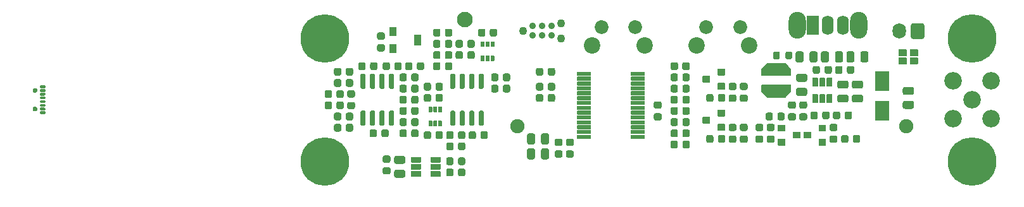
<source format=gts>
G04 #@! TF.GenerationSoftware,KiCad,Pcbnew,5.1.8-db9833491~87~ubuntu20.04.1*
G04 #@! TF.CreationDate,2020-12-11T13:52:08-08:00*
G04 #@! TF.ProjectId,current-sense,63757272-656e-4742-9d73-656e73652e6b,rev?*
G04 #@! TF.SameCoordinates,Original*
G04 #@! TF.FileFunction,Soldermask,Top*
G04 #@! TF.FilePolarity,Negative*
%FSLAX46Y46*%
G04 Gerber Fmt 4.6, Leading zero omitted, Abs format (unit mm)*
G04 Created by KiCad (PCBNEW 5.1.8-db9833491~87~ubuntu20.04.1) date 2020-12-11 13:52:08*
%MOMM*%
%LPD*%
G01*
G04 APERTURE LIST*
%ADD10O,1.800000X2.100000*%
%ADD11C,1.900000*%
%ADD12C,0.100000*%
%ADD13O,1.600000X2.600000*%
%ADD14O,2.300000X3.600000*%
%ADD15C,2.200000*%
%ADD16C,1.850000*%
%ADD17C,2.100000*%
%ADD18C,2.350000*%
%ADD19C,0.900000*%
%ADD20C,6.500000*%
%ADD21O,0.887000X0.887000*%
%ADD22C,1.091000*%
G04 APERTURE END LIST*
G36*
G01*
X56475000Y42275000D02*
X56475000Y41725000D01*
G75*
G02*
X56225000Y41475000I-250000J0D01*
G01*
X55725000Y41475000D01*
G75*
G02*
X55475000Y41725000I0J250000D01*
G01*
X55475000Y42275000D01*
G75*
G02*
X55725000Y42525000I250000J0D01*
G01*
X56225000Y42525000D01*
G75*
G02*
X56475000Y42275000I0J-250000D01*
G01*
G37*
G36*
G01*
X58025000Y42275000D02*
X58025000Y41725000D01*
G75*
G02*
X57775000Y41475000I-250000J0D01*
G01*
X57275000Y41475000D01*
G75*
G02*
X57025000Y41725000I0J250000D01*
G01*
X57025000Y42275000D01*
G75*
G02*
X57275000Y42525000I250000J0D01*
G01*
X57775000Y42525000D01*
G75*
G02*
X58025000Y42275000I0J-250000D01*
G01*
G37*
G36*
G01*
X70075000Y43750000D02*
X70075000Y43150000D01*
G75*
G02*
X69850000Y42925000I-225000J0D01*
G01*
X69400000Y42925000D01*
G75*
G02*
X69175000Y43150000I0J225000D01*
G01*
X69175000Y43750000D01*
G75*
G02*
X69400000Y43975000I225000J0D01*
G01*
X69850000Y43975000D01*
G75*
G02*
X70075000Y43750000I0J-225000D01*
G01*
G37*
G36*
G01*
X71725000Y43750000D02*
X71725000Y43150000D01*
G75*
G02*
X71500000Y42925000I-225000J0D01*
G01*
X71050000Y42925000D01*
G75*
G02*
X70825000Y43150000I0J225000D01*
G01*
X70825000Y43750000D01*
G75*
G02*
X71050000Y43975000I225000J0D01*
G01*
X71500000Y43975000D01*
G75*
G02*
X71725000Y43750000I0J-225000D01*
G01*
G37*
G36*
G01*
X82850000Y41300000D02*
X84650000Y41300000D01*
G75*
G02*
X84700000Y41250000I0J-50000D01*
G01*
X84700000Y38750000D01*
G75*
G02*
X84650000Y38700000I-50000J0D01*
G01*
X82850000Y38700000D01*
G75*
G02*
X82800000Y38750000I0J50000D01*
G01*
X82800000Y41250000D01*
G75*
G02*
X82850000Y41300000I50000J0D01*
G01*
G37*
G36*
G01*
X82850000Y37300000D02*
X84650000Y37300000D01*
G75*
G02*
X84700000Y37250000I0J-50000D01*
G01*
X84700000Y34750000D01*
G75*
G02*
X84650000Y34700000I-50000J0D01*
G01*
X82850000Y34700000D01*
G75*
G02*
X82800000Y34750000I0J50000D01*
G01*
X82800000Y37250000D01*
G75*
G02*
X82850000Y37300000I50000J0D01*
G01*
G37*
G36*
G01*
X17900000Y44950000D02*
X18800000Y44950000D01*
G75*
G02*
X18850000Y44900000I0J-50000D01*
G01*
X18850000Y43800000D01*
G75*
G02*
X18800000Y43750000I-50000J0D01*
G01*
X17900000Y43750000D01*
G75*
G02*
X17850000Y43800000I0J50000D01*
G01*
X17850000Y44900000D01*
G75*
G02*
X17900000Y44950000I50000J0D01*
G01*
G37*
G36*
G01*
X21200000Y46250000D02*
X22100000Y46250000D01*
G75*
G02*
X22150000Y46200000I0J-50000D01*
G01*
X22150000Y44800000D01*
G75*
G02*
X22100000Y44750000I-50000J0D01*
G01*
X21200000Y44750000D01*
G75*
G02*
X21150000Y44800000I0J50000D01*
G01*
X21150000Y46200000D01*
G75*
G02*
X21200000Y46250000I50000J0D01*
G01*
G37*
G36*
G01*
X17900000Y47250000D02*
X18800000Y47250000D01*
G75*
G02*
X18850000Y47200000I0J-50000D01*
G01*
X18850000Y46100000D01*
G75*
G02*
X18800000Y46050000I-50000J0D01*
G01*
X17900000Y46050000D01*
G75*
G02*
X17850000Y46100000I0J50000D01*
G01*
X17850000Y47200000D01*
G75*
G02*
X17900000Y47250000I50000J0D01*
G01*
G37*
G36*
G01*
X74175000Y35118750D02*
X74175000Y35681250D01*
G75*
G02*
X74418750Y35925000I243750J0D01*
G01*
X74906250Y35925000D01*
G75*
G02*
X75150000Y35681250I0J-243750D01*
G01*
X75150000Y35118750D01*
G75*
G02*
X74906250Y34875000I-243750J0D01*
G01*
X74418750Y34875000D01*
G75*
G02*
X74175000Y35118750I0J243750D01*
G01*
G37*
G36*
G01*
X75750000Y35118750D02*
X75750000Y35681250D01*
G75*
G02*
X75993750Y35925000I243750J0D01*
G01*
X76481250Y35925000D01*
G75*
G02*
X76725000Y35681250I0J-243750D01*
G01*
X76725000Y35118750D01*
G75*
G02*
X76481250Y34875000I-243750J0D01*
G01*
X75993750Y34875000D01*
G75*
G02*
X75750000Y35118750I0J243750D01*
G01*
G37*
G36*
G01*
X17031250Y45550000D02*
X16468750Y45550000D01*
G75*
G02*
X16225000Y45793750I0J243750D01*
G01*
X16225000Y46281250D01*
G75*
G02*
X16468750Y46525000I243750J0D01*
G01*
X17031250Y46525000D01*
G75*
G02*
X17275000Y46281250I0J-243750D01*
G01*
X17275000Y45793750D01*
G75*
G02*
X17031250Y45550000I-243750J0D01*
G01*
G37*
G36*
G01*
X17031250Y43975000D02*
X16468750Y43975000D01*
G75*
G02*
X16225000Y44218750I0J243750D01*
G01*
X16225000Y44706250D01*
G75*
G02*
X16468750Y44950000I243750J0D01*
G01*
X17031250Y44950000D01*
G75*
G02*
X17275000Y44706250I0J-243750D01*
G01*
X17275000Y44218750D01*
G75*
G02*
X17031250Y43975000I-243750J0D01*
G01*
G37*
D10*
X86000000Y46700000D03*
G36*
G01*
X89400000Y47485295D02*
X89400000Y45914705D01*
G75*
G02*
X89135295Y45650000I-264705J0D01*
G01*
X87864705Y45650000D01*
G75*
G02*
X87600000Y45914705I0J264705D01*
G01*
X87600000Y47485295D01*
G75*
G02*
X87864705Y47750000I264705J0D01*
G01*
X89135295Y47750000D01*
G75*
G02*
X89400000Y47485295I0J-264705D01*
G01*
G37*
D11*
X87000000Y33950000D03*
X35000000Y33950000D03*
G36*
G01*
X79725000Y35681250D02*
X79725000Y35118750D01*
G75*
G02*
X79481250Y34875000I-243750J0D01*
G01*
X78993750Y34875000D01*
G75*
G02*
X78750000Y35118750I0J243750D01*
G01*
X78750000Y35681250D01*
G75*
G02*
X78993750Y35925000I243750J0D01*
G01*
X79481250Y35925000D01*
G75*
G02*
X79725000Y35681250I0J-243750D01*
G01*
G37*
G36*
G01*
X78150000Y35681250D02*
X78150000Y35118750D01*
G75*
G02*
X77906250Y34875000I-243750J0D01*
G01*
X77418750Y34875000D01*
G75*
G02*
X77175000Y35118750I0J243750D01*
G01*
X77175000Y35681250D01*
G75*
G02*
X77418750Y35925000I243750J0D01*
G01*
X77906250Y35925000D01*
G75*
G02*
X78150000Y35681250I0J-243750D01*
G01*
G37*
G36*
G01*
X68175000Y34968750D02*
X68175000Y35531250D01*
G75*
G02*
X68418750Y35775000I243750J0D01*
G01*
X68906250Y35775000D01*
G75*
G02*
X69150000Y35531250I0J-243750D01*
G01*
X69150000Y34968750D01*
G75*
G02*
X68906250Y34725000I-243750J0D01*
G01*
X68418750Y34725000D01*
G75*
G02*
X68175000Y34968750I0J243750D01*
G01*
G37*
G36*
G01*
X69750000Y34968750D02*
X69750000Y35531250D01*
G75*
G02*
X69993750Y35775000I243750J0D01*
G01*
X70481250Y35775000D01*
G75*
G02*
X70725000Y35531250I0J-243750D01*
G01*
X70725000Y34968750D01*
G75*
G02*
X70481250Y34725000I-243750J0D01*
G01*
X69993750Y34725000D01*
G75*
G02*
X69750000Y34968750I0J243750D01*
G01*
G37*
G36*
G01*
X72175000Y42768750D02*
X72175000Y43731250D01*
G75*
G02*
X72443750Y44000000I268750J0D01*
G01*
X72981250Y44000000D01*
G75*
G02*
X73250000Y43731250I0J-268750D01*
G01*
X73250000Y42768750D01*
G75*
G02*
X72981250Y42500000I-268750J0D01*
G01*
X72443750Y42500000D01*
G75*
G02*
X72175000Y42768750I0J268750D01*
G01*
G37*
G36*
G01*
X74050000Y42768750D02*
X74050000Y43731250D01*
G75*
G02*
X74318750Y44000000I268750J0D01*
G01*
X74856250Y44000000D01*
G75*
G02*
X75125000Y43731250I0J-268750D01*
G01*
X75125000Y42768750D01*
G75*
G02*
X74856250Y42500000I-268750J0D01*
G01*
X74318750Y42500000D01*
G75*
G02*
X74050000Y42768750I0J268750D01*
G01*
G37*
G36*
G01*
X72518750Y40975000D02*
X73481250Y40975000D01*
G75*
G02*
X73750000Y40706250I0J-268750D01*
G01*
X73750000Y40168750D01*
G75*
G02*
X73481250Y39900000I-268750J0D01*
G01*
X72518750Y39900000D01*
G75*
G02*
X72250000Y40168750I0J268750D01*
G01*
X72250000Y40706250D01*
G75*
G02*
X72518750Y40975000I268750J0D01*
G01*
G37*
G36*
G01*
X72518750Y39100000D02*
X73481250Y39100000D01*
G75*
G02*
X73750000Y38831250I0J-268750D01*
G01*
X73750000Y38293750D01*
G75*
G02*
X73481250Y38025000I-268750J0D01*
G01*
X72518750Y38025000D01*
G75*
G02*
X72250000Y38293750I0J268750D01*
G01*
X72250000Y38831250D01*
G75*
G02*
X72518750Y39100000I268750J0D01*
G01*
G37*
G36*
G01*
X40218750Y30700000D02*
X40781250Y30700000D01*
G75*
G02*
X41025000Y30456250I0J-243750D01*
G01*
X41025000Y29968750D01*
G75*
G02*
X40781250Y29725000I-243750J0D01*
G01*
X40218750Y29725000D01*
G75*
G02*
X39975000Y29968750I0J243750D01*
G01*
X39975000Y30456250D01*
G75*
G02*
X40218750Y30700000I243750J0D01*
G01*
G37*
G36*
G01*
X40218750Y32275000D02*
X40781250Y32275000D01*
G75*
G02*
X41025000Y32031250I0J-243750D01*
G01*
X41025000Y31543750D01*
G75*
G02*
X40781250Y31300000I-243750J0D01*
G01*
X40218750Y31300000D01*
G75*
G02*
X39975000Y31543750I0J243750D01*
G01*
X39975000Y32031250D01*
G75*
G02*
X40218750Y32275000I243750J0D01*
G01*
G37*
G36*
G01*
X41718750Y30700000D02*
X42281250Y30700000D01*
G75*
G02*
X42525000Y30456250I0J-243750D01*
G01*
X42525000Y29968750D01*
G75*
G02*
X42281250Y29725000I-243750J0D01*
G01*
X41718750Y29725000D01*
G75*
G02*
X41475000Y29968750I0J243750D01*
G01*
X41475000Y30456250D01*
G75*
G02*
X41718750Y30700000I243750J0D01*
G01*
G37*
G36*
G01*
X41718750Y32275000D02*
X42281250Y32275000D01*
G75*
G02*
X42525000Y32031250I0J-243750D01*
G01*
X42525000Y31543750D01*
G75*
G02*
X42281250Y31300000I-243750J0D01*
G01*
X41718750Y31300000D01*
G75*
G02*
X41475000Y31543750I0J243750D01*
G01*
X41475000Y32031250D01*
G75*
G02*
X41718750Y32275000I243750J0D01*
G01*
G37*
D12*
G36*
X70859755Y42399039D02*
G01*
X70869134Y42396194D01*
X70877779Y42391573D01*
X70888028Y42382463D01*
X71588028Y41562463D01*
X71593631Y41554420D01*
X71597557Y41545439D01*
X71599655Y41535865D01*
X71600000Y41530000D01*
X71600000Y40750000D01*
X71599039Y40740245D01*
X71596194Y40730866D01*
X71591573Y40722221D01*
X71585355Y40714645D01*
X71577779Y40708427D01*
X71569134Y40703806D01*
X71559755Y40700961D01*
X71550000Y40700000D01*
X67650000Y40700000D01*
X67640245Y40700961D01*
X67630866Y40703806D01*
X67622221Y40708427D01*
X67614645Y40714645D01*
X67608427Y40722221D01*
X67603806Y40730866D01*
X67600961Y40740245D01*
X67600000Y40750000D01*
X67600000Y41530000D01*
X67600961Y41539755D01*
X67603806Y41549134D01*
X67608427Y41557779D01*
X67611972Y41562463D01*
X68311972Y42382463D01*
X68319036Y42389258D01*
X68327290Y42394545D01*
X68336416Y42398119D01*
X68350000Y42400000D01*
X70850000Y42400000D01*
X70859755Y42399039D01*
G37*
G36*
X68340245Y37800961D02*
G01*
X68330866Y37803806D01*
X68322221Y37808427D01*
X68311972Y37817537D01*
X67611972Y38637537D01*
X67606369Y38645580D01*
X67602443Y38654561D01*
X67600345Y38664135D01*
X67600000Y38670000D01*
X67600000Y39450000D01*
X67600961Y39459755D01*
X67603806Y39469134D01*
X67608427Y39477779D01*
X67614645Y39485355D01*
X67622221Y39491573D01*
X67630866Y39496194D01*
X67640245Y39499039D01*
X67650000Y39500000D01*
X71550000Y39500000D01*
X71559755Y39499039D01*
X71569134Y39496194D01*
X71577779Y39491573D01*
X71585355Y39485355D01*
X71591573Y39477779D01*
X71596194Y39469134D01*
X71599039Y39459755D01*
X71600000Y39450000D01*
X71600000Y38670000D01*
X71599039Y38660245D01*
X71596194Y38650866D01*
X71591573Y38642221D01*
X71588028Y38637537D01*
X70888028Y37817537D01*
X70880964Y37810742D01*
X70872710Y37805455D01*
X70863584Y37801881D01*
X70850000Y37800000D01*
X68350000Y37800000D01*
X68340245Y37800961D01*
G37*
G36*
G01*
X60750000Y35150000D02*
X60750000Y34350000D01*
G75*
G02*
X60700000Y34300000I-50000J0D01*
G01*
X59800000Y34300000D01*
G75*
G02*
X59750000Y34350000I0J50000D01*
G01*
X59750000Y35150000D01*
G75*
G02*
X59800000Y35200000I50000J0D01*
G01*
X60700000Y35200000D01*
G75*
G02*
X60750000Y35150000I0J-50000D01*
G01*
G37*
G36*
G01*
X62750000Y36100000D02*
X62750000Y35300000D01*
G75*
G02*
X62700000Y35250000I-50000J0D01*
G01*
X61800000Y35250000D01*
G75*
G02*
X61750000Y35300000I0J50000D01*
G01*
X61750000Y36100000D01*
G75*
G02*
X61800000Y36150000I50000J0D01*
G01*
X62700000Y36150000D01*
G75*
G02*
X62750000Y36100000I0J-50000D01*
G01*
G37*
G36*
G01*
X62750000Y34200000D02*
X62750000Y33400000D01*
G75*
G02*
X62700000Y33350000I-50000J0D01*
G01*
X61800000Y33350000D01*
G75*
G02*
X61750000Y33400000I0J50000D01*
G01*
X61750000Y34200000D01*
G75*
G02*
X61800000Y34250000I50000J0D01*
G01*
X62700000Y34250000D01*
G75*
G02*
X62750000Y34200000I0J-50000D01*
G01*
G37*
G36*
G01*
X60750000Y40650000D02*
X60750000Y39850000D01*
G75*
G02*
X60700000Y39800000I-50000J0D01*
G01*
X59800000Y39800000D01*
G75*
G02*
X59750000Y39850000I0J50000D01*
G01*
X59750000Y40650000D01*
G75*
G02*
X59800000Y40700000I50000J0D01*
G01*
X60700000Y40700000D01*
G75*
G02*
X60750000Y40650000I0J-50000D01*
G01*
G37*
G36*
G01*
X62750000Y41600000D02*
X62750000Y40800000D01*
G75*
G02*
X62700000Y40750000I-50000J0D01*
G01*
X61800000Y40750000D01*
G75*
G02*
X61750000Y40800000I0J50000D01*
G01*
X61750000Y41600000D01*
G75*
G02*
X61800000Y41650000I50000J0D01*
G01*
X62700000Y41650000D01*
G75*
G02*
X62750000Y41600000I0J-50000D01*
G01*
G37*
G36*
G01*
X62750000Y39700000D02*
X62750000Y38900000D01*
G75*
G02*
X62700000Y38850000I-50000J0D01*
G01*
X61800000Y38850000D01*
G75*
G02*
X61750000Y38900000I0J50000D01*
G01*
X61750000Y39700000D01*
G75*
G02*
X61800000Y39750000I50000J0D01*
G01*
X62700000Y39750000D01*
G75*
G02*
X62750000Y39700000I0J-50000D01*
G01*
G37*
G36*
G01*
X13025000Y34031250D02*
X13025000Y33468750D01*
G75*
G02*
X12781250Y33225000I-243750J0D01*
G01*
X12293750Y33225000D01*
G75*
G02*
X12050000Y33468750I0J243750D01*
G01*
X12050000Y34031250D01*
G75*
G02*
X12293750Y34275000I243750J0D01*
G01*
X12781250Y34275000D01*
G75*
G02*
X13025000Y34031250I0J-243750D01*
G01*
G37*
G36*
G01*
X11450000Y34031250D02*
X11450000Y33468750D01*
G75*
G02*
X11206250Y33225000I-243750J0D01*
G01*
X10718750Y33225000D01*
G75*
G02*
X10475000Y33468750I0J243750D01*
G01*
X10475000Y34031250D01*
G75*
G02*
X10718750Y34275000I243750J0D01*
G01*
X11206250Y34275000D01*
G75*
G02*
X11450000Y34031250I0J-243750D01*
G01*
G37*
G36*
G01*
X10475000Y40968750D02*
X10475000Y41531250D01*
G75*
G02*
X10718750Y41775000I243750J0D01*
G01*
X11206250Y41775000D01*
G75*
G02*
X11450000Y41531250I0J-243750D01*
G01*
X11450000Y40968750D01*
G75*
G02*
X11206250Y40725000I-243750J0D01*
G01*
X10718750Y40725000D01*
G75*
G02*
X10475000Y40968750I0J243750D01*
G01*
G37*
G36*
G01*
X12050000Y40968750D02*
X12050000Y41531250D01*
G75*
G02*
X12293750Y41775000I243750J0D01*
G01*
X12781250Y41775000D01*
G75*
G02*
X13025000Y41531250I0J-243750D01*
G01*
X13025000Y40968750D01*
G75*
G02*
X12781250Y40725000I-243750J0D01*
G01*
X12293750Y40725000D01*
G75*
G02*
X12050000Y40968750I0J243750D01*
G01*
G37*
G36*
G01*
X64031250Y33300000D02*
X63468750Y33300000D01*
G75*
G02*
X63225000Y33543750I0J243750D01*
G01*
X63225000Y34031250D01*
G75*
G02*
X63468750Y34275000I243750J0D01*
G01*
X64031250Y34275000D01*
G75*
G02*
X64275000Y34031250I0J-243750D01*
G01*
X64275000Y33543750D01*
G75*
G02*
X64031250Y33300000I-243750J0D01*
G01*
G37*
G36*
G01*
X64031250Y31725000D02*
X63468750Y31725000D01*
G75*
G02*
X63225000Y31968750I0J243750D01*
G01*
X63225000Y32456250D01*
G75*
G02*
X63468750Y32700000I243750J0D01*
G01*
X64031250Y32700000D01*
G75*
G02*
X64275000Y32456250I0J-243750D01*
G01*
X64275000Y31968750D01*
G75*
G02*
X64031250Y31725000I-243750J0D01*
G01*
G37*
G36*
G01*
X61800000Y31968750D02*
X61800000Y32531250D01*
G75*
G02*
X62043750Y32775000I243750J0D01*
G01*
X62531250Y32775000D01*
G75*
G02*
X62775000Y32531250I0J-243750D01*
G01*
X62775000Y31968750D01*
G75*
G02*
X62531250Y31725000I-243750J0D01*
G01*
X62043750Y31725000D01*
G75*
G02*
X61800000Y31968750I0J243750D01*
G01*
G37*
G36*
G01*
X60225000Y31968750D02*
X60225000Y32531250D01*
G75*
G02*
X60468750Y32775000I243750J0D01*
G01*
X60956250Y32775000D01*
G75*
G02*
X61200000Y32531250I0J-243750D01*
G01*
X61200000Y31968750D01*
G75*
G02*
X60956250Y31725000I-243750J0D01*
G01*
X60468750Y31725000D01*
G75*
G02*
X60225000Y31968750I0J243750D01*
G01*
G37*
G36*
G01*
X63468750Y38200000D02*
X64031250Y38200000D01*
G75*
G02*
X64275000Y37956250I0J-243750D01*
G01*
X64275000Y37468750D01*
G75*
G02*
X64031250Y37225000I-243750J0D01*
G01*
X63468750Y37225000D01*
G75*
G02*
X63225000Y37468750I0J243750D01*
G01*
X63225000Y37956250D01*
G75*
G02*
X63468750Y38200000I243750J0D01*
G01*
G37*
G36*
G01*
X63468750Y39775000D02*
X64031250Y39775000D01*
G75*
G02*
X64275000Y39531250I0J-243750D01*
G01*
X64275000Y39043750D01*
G75*
G02*
X64031250Y38800000I-243750J0D01*
G01*
X63468750Y38800000D01*
G75*
G02*
X63225000Y39043750I0J243750D01*
G01*
X63225000Y39531250D01*
G75*
G02*
X63468750Y39775000I243750J0D01*
G01*
G37*
G36*
G01*
X61800000Y37468750D02*
X61800000Y38031250D01*
G75*
G02*
X62043750Y38275000I243750J0D01*
G01*
X62531250Y38275000D01*
G75*
G02*
X62775000Y38031250I0J-243750D01*
G01*
X62775000Y37468750D01*
G75*
G02*
X62531250Y37225000I-243750J0D01*
G01*
X62043750Y37225000D01*
G75*
G02*
X61800000Y37468750I0J243750D01*
G01*
G37*
G36*
G01*
X60225000Y37468750D02*
X60225000Y38031250D01*
G75*
G02*
X60468750Y38275000I243750J0D01*
G01*
X60956250Y38275000D01*
G75*
G02*
X61200000Y38031250I0J-243750D01*
G01*
X61200000Y37468750D01*
G75*
G02*
X60956250Y37225000I-243750J0D01*
G01*
X60468750Y37225000D01*
G75*
G02*
X60225000Y37468750I0J243750D01*
G01*
G37*
G36*
G01*
X79850000Y31968750D02*
X79850000Y32531250D01*
G75*
G02*
X80093750Y32775000I243750J0D01*
G01*
X80581250Y32775000D01*
G75*
G02*
X80825000Y32531250I0J-243750D01*
G01*
X80825000Y31968750D01*
G75*
G02*
X80581250Y31725000I-243750J0D01*
G01*
X80093750Y31725000D01*
G75*
G02*
X79850000Y31968750I0J243750D01*
G01*
G37*
G36*
G01*
X78275000Y31968750D02*
X78275000Y32531250D01*
G75*
G02*
X78518750Y32775000I243750J0D01*
G01*
X79006250Y32775000D01*
G75*
G02*
X79250000Y32531250I0J-243750D01*
G01*
X79250000Y31968750D01*
G75*
G02*
X79006250Y31725000I-243750J0D01*
G01*
X78518750Y31725000D01*
G75*
G02*
X78275000Y31968750I0J243750D01*
G01*
G37*
G36*
G01*
X67631250Y33300000D02*
X67068750Y33300000D01*
G75*
G02*
X66825000Y33543750I0J243750D01*
G01*
X66825000Y34031250D01*
G75*
G02*
X67068750Y34275000I243750J0D01*
G01*
X67631250Y34275000D01*
G75*
G02*
X67875000Y34031250I0J-243750D01*
G01*
X67875000Y33543750D01*
G75*
G02*
X67631250Y33300000I-243750J0D01*
G01*
G37*
G36*
G01*
X67631250Y31725000D02*
X67068750Y31725000D01*
G75*
G02*
X66825000Y31968750I0J243750D01*
G01*
X66825000Y32456250D01*
G75*
G02*
X67068750Y32700000I243750J0D01*
G01*
X67631250Y32700000D01*
G75*
G02*
X67875000Y32456250I0J-243750D01*
G01*
X67875000Y31968750D01*
G75*
G02*
X67631250Y31725000I-243750J0D01*
G01*
G37*
G36*
G01*
X38450000Y38031250D02*
X38450000Y37468750D01*
G75*
G02*
X38206250Y37225000I-243750J0D01*
G01*
X37718750Y37225000D01*
G75*
G02*
X37475000Y37468750I0J243750D01*
G01*
X37475000Y38031250D01*
G75*
G02*
X37718750Y38275000I243750J0D01*
G01*
X38206250Y38275000D01*
G75*
G02*
X38450000Y38031250I0J-243750D01*
G01*
G37*
G36*
G01*
X40025000Y38031250D02*
X40025000Y37468750D01*
G75*
G02*
X39781250Y37225000I-243750J0D01*
G01*
X39293750Y37225000D01*
G75*
G02*
X39050000Y37468750I0J243750D01*
G01*
X39050000Y38031250D01*
G75*
G02*
X39293750Y38275000I243750J0D01*
G01*
X39781250Y38275000D01*
G75*
G02*
X40025000Y38031250I0J-243750D01*
G01*
G37*
G36*
G01*
X76250000Y32200000D02*
X76250000Y31400000D01*
G75*
G02*
X76200000Y31350000I-50000J0D01*
G01*
X75300000Y31350000D01*
G75*
G02*
X75250000Y31400000I0J50000D01*
G01*
X75250000Y32200000D01*
G75*
G02*
X75300000Y32250000I50000J0D01*
G01*
X76200000Y32250000D01*
G75*
G02*
X76250000Y32200000I0J-50000D01*
G01*
G37*
G36*
G01*
X76250000Y34100000D02*
X76250000Y33300000D01*
G75*
G02*
X76200000Y33250000I-50000J0D01*
G01*
X75300000Y33250000D01*
G75*
G02*
X75250000Y33300000I0J50000D01*
G01*
X75250000Y34100000D01*
G75*
G02*
X75300000Y34150000I50000J0D01*
G01*
X76200000Y34150000D01*
G75*
G02*
X76250000Y34100000I0J-50000D01*
G01*
G37*
G36*
G01*
X74250000Y33150000D02*
X74250000Y32350000D01*
G75*
G02*
X74200000Y32300000I-50000J0D01*
G01*
X73300000Y32300000D01*
G75*
G02*
X73250000Y32350000I0J50000D01*
G01*
X73250000Y33150000D01*
G75*
G02*
X73300000Y33200000I50000J0D01*
G01*
X74200000Y33200000D01*
G75*
G02*
X74250000Y33150000I0J-50000D01*
G01*
G37*
G36*
G01*
X69800000Y33300000D02*
X69800000Y34100000D01*
G75*
G02*
X69850000Y34150000I50000J0D01*
G01*
X70750000Y34150000D01*
G75*
G02*
X70800000Y34100000I0J-50000D01*
G01*
X70800000Y33300000D01*
G75*
G02*
X70750000Y33250000I-50000J0D01*
G01*
X69850000Y33250000D01*
G75*
G02*
X69800000Y33300000I0J50000D01*
G01*
G37*
G36*
G01*
X69800000Y31400000D02*
X69800000Y32200000D01*
G75*
G02*
X69850000Y32250000I50000J0D01*
G01*
X70750000Y32250000D01*
G75*
G02*
X70800000Y32200000I0J-50000D01*
G01*
X70800000Y31400000D01*
G75*
G02*
X70750000Y31350000I-50000J0D01*
G01*
X69850000Y31350000D01*
G75*
G02*
X69800000Y31400000I0J50000D01*
G01*
G37*
G36*
G01*
X71800000Y32350000D02*
X71800000Y33150000D01*
G75*
G02*
X71850000Y33200000I50000J0D01*
G01*
X72750000Y33200000D01*
G75*
G02*
X72800000Y33150000I0J-50000D01*
G01*
X72800000Y32350000D01*
G75*
G02*
X72750000Y32300000I-50000J0D01*
G01*
X71850000Y32300000D01*
G75*
G02*
X71800000Y32350000I0J50000D01*
G01*
G37*
G36*
G01*
X10475000Y34968750D02*
X10475000Y35531250D01*
G75*
G02*
X10718750Y35775000I243750J0D01*
G01*
X11206250Y35775000D01*
G75*
G02*
X11450000Y35531250I0J-243750D01*
G01*
X11450000Y34968750D01*
G75*
G02*
X11206250Y34725000I-243750J0D01*
G01*
X10718750Y34725000D01*
G75*
G02*
X10475000Y34968750I0J243750D01*
G01*
G37*
G36*
G01*
X12050000Y34968750D02*
X12050000Y35531250D01*
G75*
G02*
X12293750Y35775000I243750J0D01*
G01*
X12781250Y35775000D01*
G75*
G02*
X13025000Y35531250I0J-243750D01*
G01*
X13025000Y34968750D01*
G75*
G02*
X12781250Y34725000I-243750J0D01*
G01*
X12293750Y34725000D01*
G75*
G02*
X12050000Y34968750I0J243750D01*
G01*
G37*
G36*
G01*
X10475000Y39468750D02*
X10475000Y40031250D01*
G75*
G02*
X10718750Y40275000I243750J0D01*
G01*
X11206250Y40275000D01*
G75*
G02*
X11450000Y40031250I0J-243750D01*
G01*
X11450000Y39468750D01*
G75*
G02*
X11206250Y39225000I-243750J0D01*
G01*
X10718750Y39225000D01*
G75*
G02*
X10475000Y39468750I0J243750D01*
G01*
G37*
G36*
G01*
X12050000Y39468750D02*
X12050000Y40031250D01*
G75*
G02*
X12293750Y40275000I243750J0D01*
G01*
X12781250Y40275000D01*
G75*
G02*
X13025000Y40031250I0J-243750D01*
G01*
X13025000Y39468750D01*
G75*
G02*
X12781250Y39225000I-243750J0D01*
G01*
X12293750Y39225000D01*
G75*
G02*
X12050000Y39468750I0J243750D01*
G01*
G37*
G36*
G01*
X65531250Y33300000D02*
X64968750Y33300000D01*
G75*
G02*
X64725000Y33543750I0J243750D01*
G01*
X64725000Y34031250D01*
G75*
G02*
X64968750Y34275000I243750J0D01*
G01*
X65531250Y34275000D01*
G75*
G02*
X65775000Y34031250I0J-243750D01*
G01*
X65775000Y33543750D01*
G75*
G02*
X65531250Y33300000I-243750J0D01*
G01*
G37*
G36*
G01*
X65531250Y31725000D02*
X64968750Y31725000D01*
G75*
G02*
X64725000Y31968750I0J243750D01*
G01*
X64725000Y32456250D01*
G75*
G02*
X64968750Y32700000I243750J0D01*
G01*
X65531250Y32700000D01*
G75*
G02*
X65775000Y32456250I0J-243750D01*
G01*
X65775000Y31968750D01*
G75*
G02*
X65531250Y31725000I-243750J0D01*
G01*
G37*
G36*
G01*
X64968750Y38200000D02*
X65531250Y38200000D01*
G75*
G02*
X65775000Y37956250I0J-243750D01*
G01*
X65775000Y37468750D01*
G75*
G02*
X65531250Y37225000I-243750J0D01*
G01*
X64968750Y37225000D01*
G75*
G02*
X64725000Y37468750I0J243750D01*
G01*
X64725000Y37956250D01*
G75*
G02*
X64968750Y38200000I243750J0D01*
G01*
G37*
G36*
G01*
X64968750Y39775000D02*
X65531250Y39775000D01*
G75*
G02*
X65775000Y39531250I0J-243750D01*
G01*
X65775000Y39043750D01*
G75*
G02*
X65531250Y38800000I-243750J0D01*
G01*
X64968750Y38800000D01*
G75*
G02*
X64725000Y39043750I0J243750D01*
G01*
X64725000Y39531250D01*
G75*
G02*
X64968750Y39775000I243750J0D01*
G01*
G37*
G36*
G01*
X76968750Y34275000D02*
X77531250Y34275000D01*
G75*
G02*
X77775000Y34031250I0J-243750D01*
G01*
X77775000Y33543750D01*
G75*
G02*
X77531250Y33300000I-243750J0D01*
G01*
X76968750Y33300000D01*
G75*
G02*
X76725000Y33543750I0J243750D01*
G01*
X76725000Y34031250D01*
G75*
G02*
X76968750Y34275000I243750J0D01*
G01*
G37*
G36*
G01*
X76968750Y32700000D02*
X77531250Y32700000D01*
G75*
G02*
X77775000Y32456250I0J-243750D01*
G01*
X77775000Y31968750D01*
G75*
G02*
X77531250Y31725000I-243750J0D01*
G01*
X76968750Y31725000D01*
G75*
G02*
X76725000Y31968750I0J243750D01*
G01*
X76725000Y32456250D01*
G75*
G02*
X76968750Y32700000I243750J0D01*
G01*
G37*
G36*
G01*
X69131250Y31725000D02*
X68568750Y31725000D01*
G75*
G02*
X68325000Y31968750I0J243750D01*
G01*
X68325000Y32456250D01*
G75*
G02*
X68568750Y32700000I243750J0D01*
G01*
X69131250Y32700000D01*
G75*
G02*
X69375000Y32456250I0J-243750D01*
G01*
X69375000Y31968750D01*
G75*
G02*
X69131250Y31725000I-243750J0D01*
G01*
G37*
G36*
G01*
X69131250Y33300000D02*
X68568750Y33300000D01*
G75*
G02*
X68325000Y33543750I0J243750D01*
G01*
X68325000Y34031250D01*
G75*
G02*
X68568750Y34275000I243750J0D01*
G01*
X69131250Y34275000D01*
G75*
G02*
X69375000Y34031250I0J-243750D01*
G01*
X69375000Y33543750D01*
G75*
G02*
X69131250Y33300000I-243750J0D01*
G01*
G37*
G36*
G01*
X73481250Y34725000D02*
X72918750Y34725000D01*
G75*
G02*
X72675000Y34968750I0J243750D01*
G01*
X72675000Y35456250D01*
G75*
G02*
X72918750Y35700000I243750J0D01*
G01*
X73481250Y35700000D01*
G75*
G02*
X73725000Y35456250I0J-243750D01*
G01*
X73725000Y34968750D01*
G75*
G02*
X73481250Y34725000I-243750J0D01*
G01*
G37*
G36*
G01*
X73481250Y36300000D02*
X72918750Y36300000D01*
G75*
G02*
X72675000Y36543750I0J243750D01*
G01*
X72675000Y37031250D01*
G75*
G02*
X72918750Y37275000I243750J0D01*
G01*
X73481250Y37275000D01*
G75*
G02*
X73725000Y37031250I0J-243750D01*
G01*
X73725000Y36543750D01*
G75*
G02*
X73481250Y36300000I-243750J0D01*
G01*
G37*
G36*
G01*
X71981250Y34725000D02*
X71418750Y34725000D01*
G75*
G02*
X71175000Y34968750I0J243750D01*
G01*
X71175000Y35456250D01*
G75*
G02*
X71418750Y35700000I243750J0D01*
G01*
X71981250Y35700000D01*
G75*
G02*
X72225000Y35456250I0J-243750D01*
G01*
X72225000Y34968750D01*
G75*
G02*
X71981250Y34725000I-243750J0D01*
G01*
G37*
G36*
G01*
X71981250Y36300000D02*
X71418750Y36300000D01*
G75*
G02*
X71175000Y36543750I0J243750D01*
G01*
X71175000Y37031250D01*
G75*
G02*
X71418750Y37275000I243750J0D01*
G01*
X71981250Y37275000D01*
G75*
G02*
X72225000Y37031250I0J-243750D01*
G01*
X72225000Y36543750D01*
G75*
G02*
X71981250Y36300000I-243750J0D01*
G01*
G37*
G36*
G01*
X19225000Y35718750D02*
X19225000Y36281250D01*
G75*
G02*
X19468750Y36525000I243750J0D01*
G01*
X19956250Y36525000D01*
G75*
G02*
X20200000Y36281250I0J-243750D01*
G01*
X20200000Y35718750D01*
G75*
G02*
X19956250Y35475000I-243750J0D01*
G01*
X19468750Y35475000D01*
G75*
G02*
X19225000Y35718750I0J243750D01*
G01*
G37*
G36*
G01*
X20800000Y35718750D02*
X20800000Y36281250D01*
G75*
G02*
X21043750Y36525000I243750J0D01*
G01*
X21531250Y36525000D01*
G75*
G02*
X21775000Y36281250I0J-243750D01*
G01*
X21775000Y35718750D01*
G75*
G02*
X21531250Y35475000I-243750J0D01*
G01*
X21043750Y35475000D01*
G75*
G02*
X20800000Y35718750I0J243750D01*
G01*
G37*
G36*
G01*
X88550000Y44200000D02*
X88550000Y43400000D01*
G75*
G02*
X88500000Y43350000I-50000J0D01*
G01*
X87500000Y43350000D01*
G75*
G02*
X87450000Y43400000I0J50000D01*
G01*
X87450000Y44200000D01*
G75*
G02*
X87500000Y44250000I50000J0D01*
G01*
X88500000Y44250000D01*
G75*
G02*
X88550000Y44200000I0J-50000D01*
G01*
G37*
G36*
G01*
X87050000Y44200000D02*
X87050000Y43400000D01*
G75*
G02*
X87000000Y43350000I-50000J0D01*
G01*
X86000000Y43350000D01*
G75*
G02*
X85950000Y43400000I0J50000D01*
G01*
X85950000Y44200000D01*
G75*
G02*
X86000000Y44250000I50000J0D01*
G01*
X87000000Y44250000D01*
G75*
G02*
X87050000Y44200000I0J-50000D01*
G01*
G37*
G36*
G01*
X87050000Y43100000D02*
X87050000Y42300000D01*
G75*
G02*
X87000000Y42250000I-50000J0D01*
G01*
X86000000Y42250000D01*
G75*
G02*
X85950000Y42300000I0J50000D01*
G01*
X85950000Y43100000D01*
G75*
G02*
X86000000Y43150000I50000J0D01*
G01*
X87000000Y43150000D01*
G75*
G02*
X87050000Y43100000I0J-50000D01*
G01*
G37*
G36*
G01*
X88550000Y43100000D02*
X88550000Y42300000D01*
G75*
G02*
X88500000Y42250000I-50000J0D01*
G01*
X87500000Y42250000D01*
G75*
G02*
X87450000Y42300000I0J50000D01*
G01*
X87450000Y43100000D01*
G75*
G02*
X87500000Y43150000I50000J0D01*
G01*
X88500000Y43150000D01*
G75*
G02*
X88550000Y43100000I0J-50000D01*
G01*
G37*
G36*
G01*
X53468750Y35700000D02*
X54031250Y35700000D01*
G75*
G02*
X54275000Y35456250I0J-243750D01*
G01*
X54275000Y34968750D01*
G75*
G02*
X54031250Y34725000I-243750J0D01*
G01*
X53468750Y34725000D01*
G75*
G02*
X53225000Y34968750I0J243750D01*
G01*
X53225000Y35456250D01*
G75*
G02*
X53468750Y35700000I243750J0D01*
G01*
G37*
G36*
G01*
X53468750Y37275000D02*
X54031250Y37275000D01*
G75*
G02*
X54275000Y37031250I0J-243750D01*
G01*
X54275000Y36543750D01*
G75*
G02*
X54031250Y36300000I-243750J0D01*
G01*
X53468750Y36300000D01*
G75*
G02*
X53225000Y36543750I0J243750D01*
G01*
X53225000Y37031250D01*
G75*
G02*
X53468750Y37275000I243750J0D01*
G01*
G37*
G36*
G01*
X73700000Y46250000D02*
X73700000Y48750000D01*
G75*
G02*
X73750000Y48800000I50000J0D01*
G01*
X75250000Y48800000D01*
G75*
G02*
X75300000Y48750000I0J-50000D01*
G01*
X75300000Y46250000D01*
G75*
G02*
X75250000Y46200000I-50000J0D01*
G01*
X73750000Y46200000D01*
G75*
G02*
X73700000Y46250000I0J50000D01*
G01*
G37*
D13*
X76500000Y47500000D03*
X78500000Y47500000D03*
D14*
X72400000Y47500000D03*
X80600000Y47500000D03*
G36*
G01*
X57050000Y40218750D02*
X57050000Y40781250D01*
G75*
G02*
X57293750Y41025000I243750J0D01*
G01*
X57781250Y41025000D01*
G75*
G02*
X58025000Y40781250I0J-243750D01*
G01*
X58025000Y40218750D01*
G75*
G02*
X57781250Y39975000I-243750J0D01*
G01*
X57293750Y39975000D01*
G75*
G02*
X57050000Y40218750I0J243750D01*
G01*
G37*
G36*
G01*
X55475000Y40218750D02*
X55475000Y40781250D01*
G75*
G02*
X55718750Y41025000I243750J0D01*
G01*
X56206250Y41025000D01*
G75*
G02*
X56450000Y40781250I0J-243750D01*
G01*
X56450000Y40218750D01*
G75*
G02*
X56206250Y39975000I-243750J0D01*
G01*
X55718750Y39975000D01*
G75*
G02*
X55475000Y40218750I0J243750D01*
G01*
G37*
G36*
G01*
X86768750Y37350000D02*
X87731250Y37350000D01*
G75*
G02*
X88000000Y37081250I0J-268750D01*
G01*
X88000000Y36543750D01*
G75*
G02*
X87731250Y36275000I-268750J0D01*
G01*
X86768750Y36275000D01*
G75*
G02*
X86500000Y36543750I0J268750D01*
G01*
X86500000Y37081250D01*
G75*
G02*
X86768750Y37350000I268750J0D01*
G01*
G37*
G36*
G01*
X86768750Y39225000D02*
X87731250Y39225000D01*
G75*
G02*
X88000000Y38956250I0J-268750D01*
G01*
X88000000Y38418750D01*
G75*
G02*
X87731250Y38150000I-268750J0D01*
G01*
X86768750Y38150000D01*
G75*
G02*
X86500000Y38418750I0J268750D01*
G01*
X86500000Y38956250D01*
G75*
G02*
X86768750Y39225000I268750J0D01*
G01*
G37*
D15*
X58990000Y44760000D03*
D16*
X60250000Y47250000D03*
X64750000Y47250000D03*
D15*
X66000000Y44760000D03*
X44990000Y44760000D03*
D16*
X46250000Y47250000D03*
X50750000Y47250000D03*
D15*
X52000000Y44760000D03*
G36*
G01*
X76075000Y39270000D02*
X75425000Y39270000D01*
G75*
G02*
X75375000Y39320000I0J50000D01*
G01*
X75375000Y40380000D01*
G75*
G02*
X75425000Y40430000I50000J0D01*
G01*
X76075000Y40430000D01*
G75*
G02*
X76125000Y40380000I0J-50000D01*
G01*
X76125000Y39320000D01*
G75*
G02*
X76075000Y39270000I-50000J0D01*
G01*
G37*
G36*
G01*
X75125000Y39270000D02*
X74475000Y39270000D01*
G75*
G02*
X74425000Y39320000I0J50000D01*
G01*
X74425000Y40380000D01*
G75*
G02*
X74475000Y40430000I50000J0D01*
G01*
X75125000Y40430000D01*
G75*
G02*
X75175000Y40380000I0J-50000D01*
G01*
X75175000Y39320000D01*
G75*
G02*
X75125000Y39270000I-50000J0D01*
G01*
G37*
G36*
G01*
X77025000Y39270000D02*
X76375000Y39270000D01*
G75*
G02*
X76325000Y39320000I0J50000D01*
G01*
X76325000Y40380000D01*
G75*
G02*
X76375000Y40430000I50000J0D01*
G01*
X77025000Y40430000D01*
G75*
G02*
X77075000Y40380000I0J-50000D01*
G01*
X77075000Y39320000D01*
G75*
G02*
X77025000Y39270000I-50000J0D01*
G01*
G37*
G36*
G01*
X77025000Y37070000D02*
X76375000Y37070000D01*
G75*
G02*
X76325000Y37120000I0J50000D01*
G01*
X76325000Y38180000D01*
G75*
G02*
X76375000Y38230000I50000J0D01*
G01*
X77025000Y38230000D01*
G75*
G02*
X77075000Y38180000I0J-50000D01*
G01*
X77075000Y37120000D01*
G75*
G02*
X77025000Y37070000I-50000J0D01*
G01*
G37*
G36*
G01*
X76075000Y37070000D02*
X75425000Y37070000D01*
G75*
G02*
X75375000Y37120000I0J50000D01*
G01*
X75375000Y38180000D01*
G75*
G02*
X75425000Y38230000I50000J0D01*
G01*
X76075000Y38230000D01*
G75*
G02*
X76125000Y38180000I0J-50000D01*
G01*
X76125000Y37120000D01*
G75*
G02*
X76075000Y37070000I-50000J0D01*
G01*
G37*
G36*
G01*
X75125000Y37070000D02*
X74475000Y37070000D01*
G75*
G02*
X74425000Y37120000I0J50000D01*
G01*
X74425000Y38180000D01*
G75*
G02*
X74475000Y38230000I50000J0D01*
G01*
X75125000Y38230000D01*
G75*
G02*
X75175000Y38180000I0J-50000D01*
G01*
X75175000Y37120000D01*
G75*
G02*
X75125000Y37070000I-50000J0D01*
G01*
G37*
G36*
G01*
X31450000Y43425000D02*
X31850000Y43425000D01*
G75*
G02*
X31900000Y43375000I0J-50000D01*
G01*
X31900000Y42725000D01*
G75*
G02*
X31850000Y42675000I-50000J0D01*
G01*
X31450000Y42675000D01*
G75*
G02*
X31400000Y42725000I0J50000D01*
G01*
X31400000Y43375000D01*
G75*
G02*
X31450000Y43425000I50000J0D01*
G01*
G37*
G36*
G01*
X30150000Y43425000D02*
X30550000Y43425000D01*
G75*
G02*
X30600000Y43375000I0J-50000D01*
G01*
X30600000Y42725000D01*
G75*
G02*
X30550000Y42675000I-50000J0D01*
G01*
X30150000Y42675000D01*
G75*
G02*
X30100000Y42725000I0J50000D01*
G01*
X30100000Y43375000D01*
G75*
G02*
X30150000Y43425000I50000J0D01*
G01*
G37*
G36*
G01*
X30800000Y45325000D02*
X31200000Y45325000D01*
G75*
G02*
X31250000Y45275000I0J-50000D01*
G01*
X31250000Y44625000D01*
G75*
G02*
X31200000Y44575000I-50000J0D01*
G01*
X30800000Y44575000D01*
G75*
G02*
X30750000Y44625000I0J50000D01*
G01*
X30750000Y45275000D01*
G75*
G02*
X30800000Y45325000I50000J0D01*
G01*
G37*
G36*
G01*
X30800000Y43425000D02*
X31200000Y43425000D01*
G75*
G02*
X31250000Y43375000I0J-50000D01*
G01*
X31250000Y42725000D01*
G75*
G02*
X31200000Y42675000I-50000J0D01*
G01*
X30800000Y42675000D01*
G75*
G02*
X30750000Y42725000I0J50000D01*
G01*
X30750000Y43375000D01*
G75*
G02*
X30800000Y43425000I50000J0D01*
G01*
G37*
G36*
G01*
X30150000Y45325000D02*
X30550000Y45325000D01*
G75*
G02*
X30600000Y45275000I0J-50000D01*
G01*
X30600000Y44625000D01*
G75*
G02*
X30550000Y44575000I-50000J0D01*
G01*
X30150000Y44575000D01*
G75*
G02*
X30100000Y44625000I0J50000D01*
G01*
X30100000Y45275000D01*
G75*
G02*
X30150000Y45325000I50000J0D01*
G01*
G37*
G36*
G01*
X31450000Y45325000D02*
X31850000Y45325000D01*
G75*
G02*
X31900000Y45275000I0J-50000D01*
G01*
X31900000Y44625000D01*
G75*
G02*
X31850000Y44575000I-50000J0D01*
G01*
X31450000Y44575000D01*
G75*
G02*
X31400000Y44625000I0J50000D01*
G01*
X31400000Y45275000D01*
G75*
G02*
X31450000Y45325000I50000J0D01*
G01*
G37*
G36*
G01*
X29980000Y36050000D02*
X30330000Y36050000D01*
G75*
G02*
X30505000Y35875000I0J-175000D01*
G01*
X30505000Y34175000D01*
G75*
G02*
X30330000Y34000000I-175000J0D01*
G01*
X29980000Y34000000D01*
G75*
G02*
X29805000Y34175000I0J175000D01*
G01*
X29805000Y35875000D01*
G75*
G02*
X29980000Y36050000I175000J0D01*
G01*
G37*
G36*
G01*
X28710000Y36050000D02*
X29060000Y36050000D01*
G75*
G02*
X29235000Y35875000I0J-175000D01*
G01*
X29235000Y34175000D01*
G75*
G02*
X29060000Y34000000I-175000J0D01*
G01*
X28710000Y34000000D01*
G75*
G02*
X28535000Y34175000I0J175000D01*
G01*
X28535000Y35875000D01*
G75*
G02*
X28710000Y36050000I175000J0D01*
G01*
G37*
G36*
G01*
X27440000Y36050000D02*
X27790000Y36050000D01*
G75*
G02*
X27965000Y35875000I0J-175000D01*
G01*
X27965000Y34175000D01*
G75*
G02*
X27790000Y34000000I-175000J0D01*
G01*
X27440000Y34000000D01*
G75*
G02*
X27265000Y34175000I0J175000D01*
G01*
X27265000Y35875000D01*
G75*
G02*
X27440000Y36050000I175000J0D01*
G01*
G37*
G36*
G01*
X26170000Y36050000D02*
X26520000Y36050000D01*
G75*
G02*
X26695000Y35875000I0J-175000D01*
G01*
X26695000Y34175000D01*
G75*
G02*
X26520000Y34000000I-175000J0D01*
G01*
X26170000Y34000000D01*
G75*
G02*
X25995000Y34175000I0J175000D01*
G01*
X25995000Y35875000D01*
G75*
G02*
X26170000Y36050000I175000J0D01*
G01*
G37*
G36*
G01*
X26170000Y41000000D02*
X26520000Y41000000D01*
G75*
G02*
X26695000Y40825000I0J-175000D01*
G01*
X26695000Y39125000D01*
G75*
G02*
X26520000Y38950000I-175000J0D01*
G01*
X26170000Y38950000D01*
G75*
G02*
X25995000Y39125000I0J175000D01*
G01*
X25995000Y40825000D01*
G75*
G02*
X26170000Y41000000I175000J0D01*
G01*
G37*
G36*
G01*
X27440000Y41000000D02*
X27790000Y41000000D01*
G75*
G02*
X27965000Y40825000I0J-175000D01*
G01*
X27965000Y39125000D01*
G75*
G02*
X27790000Y38950000I-175000J0D01*
G01*
X27440000Y38950000D01*
G75*
G02*
X27265000Y39125000I0J175000D01*
G01*
X27265000Y40825000D01*
G75*
G02*
X27440000Y41000000I175000J0D01*
G01*
G37*
G36*
G01*
X28710000Y41000000D02*
X29060000Y41000000D01*
G75*
G02*
X29235000Y40825000I0J-175000D01*
G01*
X29235000Y39125000D01*
G75*
G02*
X29060000Y38950000I-175000J0D01*
G01*
X28710000Y38950000D01*
G75*
G02*
X28535000Y39125000I0J175000D01*
G01*
X28535000Y40825000D01*
G75*
G02*
X28710000Y41000000I175000J0D01*
G01*
G37*
G36*
G01*
X29980000Y41000000D02*
X30330000Y41000000D01*
G75*
G02*
X30505000Y40825000I0J-175000D01*
G01*
X30505000Y39125000D01*
G75*
G02*
X30330000Y38950000I-175000J0D01*
G01*
X29980000Y38950000D01*
G75*
G02*
X29805000Y39125000I0J175000D01*
G01*
X29805000Y40825000D01*
G75*
G02*
X29980000Y41000000I175000J0D01*
G01*
G37*
G36*
G01*
X42975000Y40750000D02*
X42975000Y41200000D01*
G75*
G02*
X43025000Y41250000I50000J0D01*
G01*
X44775000Y41250000D01*
G75*
G02*
X44825000Y41200000I0J-50000D01*
G01*
X44825000Y40750000D01*
G75*
G02*
X44775000Y40700000I-50000J0D01*
G01*
X43025000Y40700000D01*
G75*
G02*
X42975000Y40750000I0J50000D01*
G01*
G37*
G36*
G01*
X42975000Y40100000D02*
X42975000Y40550000D01*
G75*
G02*
X43025000Y40600000I50000J0D01*
G01*
X44775000Y40600000D01*
G75*
G02*
X44825000Y40550000I0J-50000D01*
G01*
X44825000Y40100000D01*
G75*
G02*
X44775000Y40050000I-50000J0D01*
G01*
X43025000Y40050000D01*
G75*
G02*
X42975000Y40100000I0J50000D01*
G01*
G37*
G36*
G01*
X42975000Y39450000D02*
X42975000Y39900000D01*
G75*
G02*
X43025000Y39950000I50000J0D01*
G01*
X44775000Y39950000D01*
G75*
G02*
X44825000Y39900000I0J-50000D01*
G01*
X44825000Y39450000D01*
G75*
G02*
X44775000Y39400000I-50000J0D01*
G01*
X43025000Y39400000D01*
G75*
G02*
X42975000Y39450000I0J50000D01*
G01*
G37*
G36*
G01*
X42975000Y38800000D02*
X42975000Y39250000D01*
G75*
G02*
X43025000Y39300000I50000J0D01*
G01*
X44775000Y39300000D01*
G75*
G02*
X44825000Y39250000I0J-50000D01*
G01*
X44825000Y38800000D01*
G75*
G02*
X44775000Y38750000I-50000J0D01*
G01*
X43025000Y38750000D01*
G75*
G02*
X42975000Y38800000I0J50000D01*
G01*
G37*
G36*
G01*
X42975000Y38150000D02*
X42975000Y38600000D01*
G75*
G02*
X43025000Y38650000I50000J0D01*
G01*
X44775000Y38650000D01*
G75*
G02*
X44825000Y38600000I0J-50000D01*
G01*
X44825000Y38150000D01*
G75*
G02*
X44775000Y38100000I-50000J0D01*
G01*
X43025000Y38100000D01*
G75*
G02*
X42975000Y38150000I0J50000D01*
G01*
G37*
G36*
G01*
X42975000Y37500000D02*
X42975000Y37950000D01*
G75*
G02*
X43025000Y38000000I50000J0D01*
G01*
X44775000Y38000000D01*
G75*
G02*
X44825000Y37950000I0J-50000D01*
G01*
X44825000Y37500000D01*
G75*
G02*
X44775000Y37450000I-50000J0D01*
G01*
X43025000Y37450000D01*
G75*
G02*
X42975000Y37500000I0J50000D01*
G01*
G37*
G36*
G01*
X42975000Y36850000D02*
X42975000Y37300000D01*
G75*
G02*
X43025000Y37350000I50000J0D01*
G01*
X44775000Y37350000D01*
G75*
G02*
X44825000Y37300000I0J-50000D01*
G01*
X44825000Y36850000D01*
G75*
G02*
X44775000Y36800000I-50000J0D01*
G01*
X43025000Y36800000D01*
G75*
G02*
X42975000Y36850000I0J50000D01*
G01*
G37*
G36*
G01*
X42975000Y36200000D02*
X42975000Y36650000D01*
G75*
G02*
X43025000Y36700000I50000J0D01*
G01*
X44775000Y36700000D01*
G75*
G02*
X44825000Y36650000I0J-50000D01*
G01*
X44825000Y36200000D01*
G75*
G02*
X44775000Y36150000I-50000J0D01*
G01*
X43025000Y36150000D01*
G75*
G02*
X42975000Y36200000I0J50000D01*
G01*
G37*
G36*
G01*
X42975000Y35550000D02*
X42975000Y36000000D01*
G75*
G02*
X43025000Y36050000I50000J0D01*
G01*
X44775000Y36050000D01*
G75*
G02*
X44825000Y36000000I0J-50000D01*
G01*
X44825000Y35550000D01*
G75*
G02*
X44775000Y35500000I-50000J0D01*
G01*
X43025000Y35500000D01*
G75*
G02*
X42975000Y35550000I0J50000D01*
G01*
G37*
G36*
G01*
X42975000Y34900000D02*
X42975000Y35350000D01*
G75*
G02*
X43025000Y35400000I50000J0D01*
G01*
X44775000Y35400000D01*
G75*
G02*
X44825000Y35350000I0J-50000D01*
G01*
X44825000Y34900000D01*
G75*
G02*
X44775000Y34850000I-50000J0D01*
G01*
X43025000Y34850000D01*
G75*
G02*
X42975000Y34900000I0J50000D01*
G01*
G37*
G36*
G01*
X42975000Y34250000D02*
X42975000Y34700000D01*
G75*
G02*
X43025000Y34750000I50000J0D01*
G01*
X44775000Y34750000D01*
G75*
G02*
X44825000Y34700000I0J-50000D01*
G01*
X44825000Y34250000D01*
G75*
G02*
X44775000Y34200000I-50000J0D01*
G01*
X43025000Y34200000D01*
G75*
G02*
X42975000Y34250000I0J50000D01*
G01*
G37*
G36*
G01*
X42975000Y33600000D02*
X42975000Y34050000D01*
G75*
G02*
X43025000Y34100000I50000J0D01*
G01*
X44775000Y34100000D01*
G75*
G02*
X44825000Y34050000I0J-50000D01*
G01*
X44825000Y33600000D01*
G75*
G02*
X44775000Y33550000I-50000J0D01*
G01*
X43025000Y33550000D01*
G75*
G02*
X42975000Y33600000I0J50000D01*
G01*
G37*
G36*
G01*
X42975000Y32950000D02*
X42975000Y33400000D01*
G75*
G02*
X43025000Y33450000I50000J0D01*
G01*
X44775000Y33450000D01*
G75*
G02*
X44825000Y33400000I0J-50000D01*
G01*
X44825000Y32950000D01*
G75*
G02*
X44775000Y32900000I-50000J0D01*
G01*
X43025000Y32900000D01*
G75*
G02*
X42975000Y32950000I0J50000D01*
G01*
G37*
G36*
G01*
X42975000Y32300000D02*
X42975000Y32750000D01*
G75*
G02*
X43025000Y32800000I50000J0D01*
G01*
X44775000Y32800000D01*
G75*
G02*
X44825000Y32750000I0J-50000D01*
G01*
X44825000Y32300000D01*
G75*
G02*
X44775000Y32250000I-50000J0D01*
G01*
X43025000Y32250000D01*
G75*
G02*
X42975000Y32300000I0J50000D01*
G01*
G37*
G36*
G01*
X50175000Y32300000D02*
X50175000Y32750000D01*
G75*
G02*
X50225000Y32800000I50000J0D01*
G01*
X51975000Y32800000D01*
G75*
G02*
X52025000Y32750000I0J-50000D01*
G01*
X52025000Y32300000D01*
G75*
G02*
X51975000Y32250000I-50000J0D01*
G01*
X50225000Y32250000D01*
G75*
G02*
X50175000Y32300000I0J50000D01*
G01*
G37*
G36*
G01*
X50175000Y32950000D02*
X50175000Y33400000D01*
G75*
G02*
X50225000Y33450000I50000J0D01*
G01*
X51975000Y33450000D01*
G75*
G02*
X52025000Y33400000I0J-50000D01*
G01*
X52025000Y32950000D01*
G75*
G02*
X51975000Y32900000I-50000J0D01*
G01*
X50225000Y32900000D01*
G75*
G02*
X50175000Y32950000I0J50000D01*
G01*
G37*
G36*
G01*
X50175000Y33600000D02*
X50175000Y34050000D01*
G75*
G02*
X50225000Y34100000I50000J0D01*
G01*
X51975000Y34100000D01*
G75*
G02*
X52025000Y34050000I0J-50000D01*
G01*
X52025000Y33600000D01*
G75*
G02*
X51975000Y33550000I-50000J0D01*
G01*
X50225000Y33550000D01*
G75*
G02*
X50175000Y33600000I0J50000D01*
G01*
G37*
G36*
G01*
X50175000Y34250000D02*
X50175000Y34700000D01*
G75*
G02*
X50225000Y34750000I50000J0D01*
G01*
X51975000Y34750000D01*
G75*
G02*
X52025000Y34700000I0J-50000D01*
G01*
X52025000Y34250000D01*
G75*
G02*
X51975000Y34200000I-50000J0D01*
G01*
X50225000Y34200000D01*
G75*
G02*
X50175000Y34250000I0J50000D01*
G01*
G37*
G36*
G01*
X50175000Y34900000D02*
X50175000Y35350000D01*
G75*
G02*
X50225000Y35400000I50000J0D01*
G01*
X51975000Y35400000D01*
G75*
G02*
X52025000Y35350000I0J-50000D01*
G01*
X52025000Y34900000D01*
G75*
G02*
X51975000Y34850000I-50000J0D01*
G01*
X50225000Y34850000D01*
G75*
G02*
X50175000Y34900000I0J50000D01*
G01*
G37*
G36*
G01*
X50175000Y35550000D02*
X50175000Y36000000D01*
G75*
G02*
X50225000Y36050000I50000J0D01*
G01*
X51975000Y36050000D01*
G75*
G02*
X52025000Y36000000I0J-50000D01*
G01*
X52025000Y35550000D01*
G75*
G02*
X51975000Y35500000I-50000J0D01*
G01*
X50225000Y35500000D01*
G75*
G02*
X50175000Y35550000I0J50000D01*
G01*
G37*
G36*
G01*
X50175000Y36200000D02*
X50175000Y36650000D01*
G75*
G02*
X50225000Y36700000I50000J0D01*
G01*
X51975000Y36700000D01*
G75*
G02*
X52025000Y36650000I0J-50000D01*
G01*
X52025000Y36200000D01*
G75*
G02*
X51975000Y36150000I-50000J0D01*
G01*
X50225000Y36150000D01*
G75*
G02*
X50175000Y36200000I0J50000D01*
G01*
G37*
G36*
G01*
X50175000Y36850000D02*
X50175000Y37300000D01*
G75*
G02*
X50225000Y37350000I50000J0D01*
G01*
X51975000Y37350000D01*
G75*
G02*
X52025000Y37300000I0J-50000D01*
G01*
X52025000Y36850000D01*
G75*
G02*
X51975000Y36800000I-50000J0D01*
G01*
X50225000Y36800000D01*
G75*
G02*
X50175000Y36850000I0J50000D01*
G01*
G37*
G36*
G01*
X50175000Y37500000D02*
X50175000Y37950000D01*
G75*
G02*
X50225000Y38000000I50000J0D01*
G01*
X51975000Y38000000D01*
G75*
G02*
X52025000Y37950000I0J-50000D01*
G01*
X52025000Y37500000D01*
G75*
G02*
X51975000Y37450000I-50000J0D01*
G01*
X50225000Y37450000D01*
G75*
G02*
X50175000Y37500000I0J50000D01*
G01*
G37*
G36*
G01*
X50175000Y38150000D02*
X50175000Y38600000D01*
G75*
G02*
X50225000Y38650000I50000J0D01*
G01*
X51975000Y38650000D01*
G75*
G02*
X52025000Y38600000I0J-50000D01*
G01*
X52025000Y38150000D01*
G75*
G02*
X51975000Y38100000I-50000J0D01*
G01*
X50225000Y38100000D01*
G75*
G02*
X50175000Y38150000I0J50000D01*
G01*
G37*
G36*
G01*
X50175000Y38800000D02*
X50175000Y39250000D01*
G75*
G02*
X50225000Y39300000I50000J0D01*
G01*
X51975000Y39300000D01*
G75*
G02*
X52025000Y39250000I0J-50000D01*
G01*
X52025000Y38800000D01*
G75*
G02*
X51975000Y38750000I-50000J0D01*
G01*
X50225000Y38750000D01*
G75*
G02*
X50175000Y38800000I0J50000D01*
G01*
G37*
G36*
G01*
X50175000Y39450000D02*
X50175000Y39900000D01*
G75*
G02*
X50225000Y39950000I50000J0D01*
G01*
X51975000Y39950000D01*
G75*
G02*
X52025000Y39900000I0J-50000D01*
G01*
X52025000Y39450000D01*
G75*
G02*
X51975000Y39400000I-50000J0D01*
G01*
X50225000Y39400000D01*
G75*
G02*
X50175000Y39450000I0J50000D01*
G01*
G37*
G36*
G01*
X50175000Y40100000D02*
X50175000Y40550000D01*
G75*
G02*
X50225000Y40600000I50000J0D01*
G01*
X51975000Y40600000D01*
G75*
G02*
X52025000Y40550000I0J-50000D01*
G01*
X52025000Y40100000D01*
G75*
G02*
X51975000Y40050000I-50000J0D01*
G01*
X50225000Y40050000D01*
G75*
G02*
X50175000Y40100000I0J50000D01*
G01*
G37*
G36*
G01*
X50175000Y40750000D02*
X50175000Y41200000D01*
G75*
G02*
X50225000Y41250000I50000J0D01*
G01*
X51975000Y41250000D01*
G75*
G02*
X52025000Y41200000I0J-50000D01*
G01*
X52025000Y40750000D01*
G75*
G02*
X51975000Y40700000I-50000J0D01*
G01*
X50225000Y40700000D01*
G75*
G02*
X50175000Y40750000I0J50000D01*
G01*
G37*
G36*
G01*
X23550000Y33925000D02*
X23150000Y33925000D01*
G75*
G02*
X23100000Y33975000I0J50000D01*
G01*
X23100000Y34625000D01*
G75*
G02*
X23150000Y34675000I50000J0D01*
G01*
X23550000Y34675000D01*
G75*
G02*
X23600000Y34625000I0J-50000D01*
G01*
X23600000Y33975000D01*
G75*
G02*
X23550000Y33925000I-50000J0D01*
G01*
G37*
G36*
G01*
X24850000Y33925000D02*
X24450000Y33925000D01*
G75*
G02*
X24400000Y33975000I0J50000D01*
G01*
X24400000Y34625000D01*
G75*
G02*
X24450000Y34675000I50000J0D01*
G01*
X24850000Y34675000D01*
G75*
G02*
X24900000Y34625000I0J-50000D01*
G01*
X24900000Y33975000D01*
G75*
G02*
X24850000Y33925000I-50000J0D01*
G01*
G37*
G36*
G01*
X24200000Y35825000D02*
X23800000Y35825000D01*
G75*
G02*
X23750000Y35875000I0J50000D01*
G01*
X23750000Y36525000D01*
G75*
G02*
X23800000Y36575000I50000J0D01*
G01*
X24200000Y36575000D01*
G75*
G02*
X24250000Y36525000I0J-50000D01*
G01*
X24250000Y35875000D01*
G75*
G02*
X24200000Y35825000I-50000J0D01*
G01*
G37*
G36*
G01*
X24200000Y33925000D02*
X23800000Y33925000D01*
G75*
G02*
X23750000Y33975000I0J50000D01*
G01*
X23750000Y34625000D01*
G75*
G02*
X23800000Y34675000I50000J0D01*
G01*
X24200000Y34675000D01*
G75*
G02*
X24250000Y34625000I0J-50000D01*
G01*
X24250000Y33975000D01*
G75*
G02*
X24200000Y33925000I-50000J0D01*
G01*
G37*
G36*
G01*
X24850000Y35825000D02*
X24450000Y35825000D01*
G75*
G02*
X24400000Y35875000I0J50000D01*
G01*
X24400000Y36525000D01*
G75*
G02*
X24450000Y36575000I50000J0D01*
G01*
X24850000Y36575000D01*
G75*
G02*
X24900000Y36525000I0J-50000D01*
G01*
X24900000Y35875000D01*
G75*
G02*
X24850000Y35825000I-50000J0D01*
G01*
G37*
G36*
G01*
X23550000Y35825000D02*
X23150000Y35825000D01*
G75*
G02*
X23100000Y35875000I0J50000D01*
G01*
X23100000Y36525000D01*
G75*
G02*
X23150000Y36575000I50000J0D01*
G01*
X23550000Y36575000D01*
G75*
G02*
X23600000Y36525000I0J-50000D01*
G01*
X23600000Y35875000D01*
G75*
G02*
X23550000Y35825000I-50000J0D01*
G01*
G37*
G36*
G01*
X14520000Y34000000D02*
X14170000Y34000000D01*
G75*
G02*
X13995000Y34175000I0J175000D01*
G01*
X13995000Y35875000D01*
G75*
G02*
X14170000Y36050000I175000J0D01*
G01*
X14520000Y36050000D01*
G75*
G02*
X14695000Y35875000I0J-175000D01*
G01*
X14695000Y34175000D01*
G75*
G02*
X14520000Y34000000I-175000J0D01*
G01*
G37*
G36*
G01*
X15790000Y34000000D02*
X15440000Y34000000D01*
G75*
G02*
X15265000Y34175000I0J175000D01*
G01*
X15265000Y35875000D01*
G75*
G02*
X15440000Y36050000I175000J0D01*
G01*
X15790000Y36050000D01*
G75*
G02*
X15965000Y35875000I0J-175000D01*
G01*
X15965000Y34175000D01*
G75*
G02*
X15790000Y34000000I-175000J0D01*
G01*
G37*
G36*
G01*
X17060000Y34000000D02*
X16710000Y34000000D01*
G75*
G02*
X16535000Y34175000I0J175000D01*
G01*
X16535000Y35875000D01*
G75*
G02*
X16710000Y36050000I175000J0D01*
G01*
X17060000Y36050000D01*
G75*
G02*
X17235000Y35875000I0J-175000D01*
G01*
X17235000Y34175000D01*
G75*
G02*
X17060000Y34000000I-175000J0D01*
G01*
G37*
G36*
G01*
X18330000Y34000000D02*
X17980000Y34000000D01*
G75*
G02*
X17805000Y34175000I0J175000D01*
G01*
X17805000Y35875000D01*
G75*
G02*
X17980000Y36050000I175000J0D01*
G01*
X18330000Y36050000D01*
G75*
G02*
X18505000Y35875000I0J-175000D01*
G01*
X18505000Y34175000D01*
G75*
G02*
X18330000Y34000000I-175000J0D01*
G01*
G37*
G36*
G01*
X18330000Y38950000D02*
X17980000Y38950000D01*
G75*
G02*
X17805000Y39125000I0J175000D01*
G01*
X17805000Y40825000D01*
G75*
G02*
X17980000Y41000000I175000J0D01*
G01*
X18330000Y41000000D01*
G75*
G02*
X18505000Y40825000I0J-175000D01*
G01*
X18505000Y39125000D01*
G75*
G02*
X18330000Y38950000I-175000J0D01*
G01*
G37*
G36*
G01*
X17060000Y38950000D02*
X16710000Y38950000D01*
G75*
G02*
X16535000Y39125000I0J175000D01*
G01*
X16535000Y40825000D01*
G75*
G02*
X16710000Y41000000I175000J0D01*
G01*
X17060000Y41000000D01*
G75*
G02*
X17235000Y40825000I0J-175000D01*
G01*
X17235000Y39125000D01*
G75*
G02*
X17060000Y38950000I-175000J0D01*
G01*
G37*
G36*
G01*
X15790000Y38950000D02*
X15440000Y38950000D01*
G75*
G02*
X15265000Y39125000I0J175000D01*
G01*
X15265000Y40825000D01*
G75*
G02*
X15440000Y41000000I175000J0D01*
G01*
X15790000Y41000000D01*
G75*
G02*
X15965000Y40825000I0J-175000D01*
G01*
X15965000Y39125000D01*
G75*
G02*
X15790000Y38950000I-175000J0D01*
G01*
G37*
G36*
G01*
X14520000Y38950000D02*
X14170000Y38950000D01*
G75*
G02*
X13995000Y39125000I0J175000D01*
G01*
X13995000Y40825000D01*
G75*
G02*
X14170000Y41000000I175000J0D01*
G01*
X14520000Y41000000D01*
G75*
G02*
X14695000Y40825000I0J-175000D01*
G01*
X14695000Y39125000D01*
G75*
G02*
X14520000Y38950000I-175000J0D01*
G01*
G37*
G36*
G01*
X-28725000Y39450000D02*
X-28225000Y39450000D01*
G75*
G02*
X-28125000Y39350000I0J-100000D01*
G01*
X-28125000Y39150000D01*
G75*
G02*
X-28225000Y39050000I-100000J0D01*
G01*
X-28725000Y39050000D01*
G75*
G02*
X-28825000Y39150000I0J100000D01*
G01*
X-28825000Y39350000D01*
G75*
G02*
X-28725000Y39450000I100000J0D01*
G01*
G37*
G36*
G01*
X-28725000Y38950000D02*
X-28225000Y38950000D01*
G75*
G02*
X-28125000Y38850000I0J-100000D01*
G01*
X-28125000Y38650000D01*
G75*
G02*
X-28225000Y38550000I-100000J0D01*
G01*
X-28725000Y38550000D01*
G75*
G02*
X-28825000Y38650000I0J100000D01*
G01*
X-28825000Y38850000D01*
G75*
G02*
X-28725000Y38950000I100000J0D01*
G01*
G37*
G36*
G01*
X-28725000Y38450000D02*
X-28225000Y38450000D01*
G75*
G02*
X-28125000Y38350000I0J-100000D01*
G01*
X-28125000Y38150000D01*
G75*
G02*
X-28225000Y38050000I-100000J0D01*
G01*
X-28725000Y38050000D01*
G75*
G02*
X-28825000Y38150000I0J100000D01*
G01*
X-28825000Y38350000D01*
G75*
G02*
X-28725000Y38450000I100000J0D01*
G01*
G37*
G36*
G01*
X-28725000Y37950000D02*
X-28225000Y37950000D01*
G75*
G02*
X-28125000Y37850000I0J-100000D01*
G01*
X-28125000Y37650000D01*
G75*
G02*
X-28225000Y37550000I-100000J0D01*
G01*
X-28725000Y37550000D01*
G75*
G02*
X-28825000Y37650000I0J100000D01*
G01*
X-28825000Y37850000D01*
G75*
G02*
X-28725000Y37950000I100000J0D01*
G01*
G37*
G36*
G01*
X-28725000Y37450000D02*
X-28225000Y37450000D01*
G75*
G02*
X-28125000Y37350000I0J-100000D01*
G01*
X-28125000Y37150000D01*
G75*
G02*
X-28225000Y37050000I-100000J0D01*
G01*
X-28725000Y37050000D01*
G75*
G02*
X-28825000Y37150000I0J100000D01*
G01*
X-28825000Y37350000D01*
G75*
G02*
X-28725000Y37450000I100000J0D01*
G01*
G37*
G36*
G01*
X-28725000Y36950000D02*
X-28225000Y36950000D01*
G75*
G02*
X-28125000Y36850000I0J-100000D01*
G01*
X-28125000Y36650000D01*
G75*
G02*
X-28225000Y36550000I-100000J0D01*
G01*
X-28725000Y36550000D01*
G75*
G02*
X-28825000Y36650000I0J100000D01*
G01*
X-28825000Y36850000D01*
G75*
G02*
X-28725000Y36950000I100000J0D01*
G01*
G37*
G36*
G01*
X-28725000Y36450000D02*
X-28225000Y36450000D01*
G75*
G02*
X-28125000Y36350000I0J-100000D01*
G01*
X-28125000Y36150000D01*
G75*
G02*
X-28225000Y36050000I-100000J0D01*
G01*
X-28725000Y36050000D01*
G75*
G02*
X-28825000Y36150000I0J100000D01*
G01*
X-28825000Y36350000D01*
G75*
G02*
X-28725000Y36450000I100000J0D01*
G01*
G37*
G36*
G01*
X-28725000Y35950000D02*
X-28225000Y35950000D01*
G75*
G02*
X-28125000Y35850000I0J-100000D01*
G01*
X-28125000Y35650000D01*
G75*
G02*
X-28225000Y35550000I-100000J0D01*
G01*
X-28725000Y35550000D01*
G75*
G02*
X-28825000Y35650000I0J100000D01*
G01*
X-28825000Y35850000D01*
G75*
G02*
X-28725000Y35950000I100000J0D01*
G01*
G37*
G36*
G01*
X-29675000Y36550000D02*
X-29375000Y36550000D01*
G75*
G02*
X-29225000Y36400000I0J-150000D01*
G01*
X-29225000Y36100000D01*
G75*
G02*
X-29375000Y35950000I-150000J0D01*
G01*
X-29675000Y35950000D01*
G75*
G02*
X-29825000Y36100000I0J150000D01*
G01*
X-29825000Y36400000D01*
G75*
G02*
X-29675000Y36550000I150000J0D01*
G01*
G37*
G36*
G01*
X-29675000Y39050000D02*
X-29375000Y39050000D01*
G75*
G02*
X-29225000Y38900000I0J-150000D01*
G01*
X-29225000Y38600000D01*
G75*
G02*
X-29375000Y38450000I-150000J0D01*
G01*
X-29675000Y38450000D01*
G75*
G02*
X-29825000Y38600000I0J150000D01*
G01*
X-29825000Y38900000D01*
G75*
G02*
X-29675000Y39050000I150000J0D01*
G01*
G37*
D17*
X28000000Y48250000D03*
G36*
G01*
X56450000Y31781250D02*
X56450000Y31218750D01*
G75*
G02*
X56206250Y30975000I-243750J0D01*
G01*
X55718750Y30975000D01*
G75*
G02*
X55475000Y31218750I0J243750D01*
G01*
X55475000Y31781250D01*
G75*
G02*
X55718750Y32025000I243750J0D01*
G01*
X56206250Y32025000D01*
G75*
G02*
X56450000Y31781250I0J-243750D01*
G01*
G37*
G36*
G01*
X58025000Y31781250D02*
X58025000Y31218750D01*
G75*
G02*
X57781250Y30975000I-243750J0D01*
G01*
X57293750Y30975000D01*
G75*
G02*
X57050000Y31218750I0J243750D01*
G01*
X57050000Y31781250D01*
G75*
G02*
X57293750Y32025000I243750J0D01*
G01*
X57781250Y32025000D01*
G75*
G02*
X58025000Y31781250I0J-243750D01*
G01*
G37*
G36*
G01*
X56450000Y34781250D02*
X56450000Y34218750D01*
G75*
G02*
X56206250Y33975000I-243750J0D01*
G01*
X55718750Y33975000D01*
G75*
G02*
X55475000Y34218750I0J243750D01*
G01*
X55475000Y34781250D01*
G75*
G02*
X55718750Y35025000I243750J0D01*
G01*
X56206250Y35025000D01*
G75*
G02*
X56450000Y34781250I0J-243750D01*
G01*
G37*
G36*
G01*
X58025000Y34781250D02*
X58025000Y34218750D01*
G75*
G02*
X57781250Y33975000I-243750J0D01*
G01*
X57293750Y33975000D01*
G75*
G02*
X57050000Y34218750I0J243750D01*
G01*
X57050000Y34781250D01*
G75*
G02*
X57293750Y35025000I243750J0D01*
G01*
X57781250Y35025000D01*
G75*
G02*
X58025000Y34781250I0J-243750D01*
G01*
G37*
G36*
G01*
X26450000Y31531250D02*
X26450000Y30968750D01*
G75*
G02*
X26206250Y30725000I-243750J0D01*
G01*
X25718750Y30725000D01*
G75*
G02*
X25475000Y30968750I0J243750D01*
G01*
X25475000Y31531250D01*
G75*
G02*
X25718750Y31775000I243750J0D01*
G01*
X26206250Y31775000D01*
G75*
G02*
X26450000Y31531250I0J-243750D01*
G01*
G37*
G36*
G01*
X28025000Y31531250D02*
X28025000Y30968750D01*
G75*
G02*
X27781250Y30725000I-243750J0D01*
G01*
X27293750Y30725000D01*
G75*
G02*
X27050000Y30968750I0J243750D01*
G01*
X27050000Y31531250D01*
G75*
G02*
X27293750Y31775000I243750J0D01*
G01*
X27781250Y31775000D01*
G75*
G02*
X28025000Y31531250I0J-243750D01*
G01*
G37*
G36*
G01*
X56450000Y33281250D02*
X56450000Y32718750D01*
G75*
G02*
X56206250Y32475000I-243750J0D01*
G01*
X55718750Y32475000D01*
G75*
G02*
X55475000Y32718750I0J243750D01*
G01*
X55475000Y33281250D01*
G75*
G02*
X55718750Y33525000I243750J0D01*
G01*
X56206250Y33525000D01*
G75*
G02*
X56450000Y33281250I0J-243750D01*
G01*
G37*
G36*
G01*
X58025000Y33281250D02*
X58025000Y32718750D01*
G75*
G02*
X57781250Y32475000I-243750J0D01*
G01*
X57293750Y32475000D01*
G75*
G02*
X57050000Y32718750I0J243750D01*
G01*
X57050000Y33281250D01*
G75*
G02*
X57293750Y33525000I243750J0D01*
G01*
X57781250Y33525000D01*
G75*
G02*
X58025000Y33281250I0J-243750D01*
G01*
G37*
G36*
G01*
X56450000Y37781250D02*
X56450000Y37218750D01*
G75*
G02*
X56206250Y36975000I-243750J0D01*
G01*
X55718750Y36975000D01*
G75*
G02*
X55475000Y37218750I0J243750D01*
G01*
X55475000Y37781250D01*
G75*
G02*
X55718750Y38025000I243750J0D01*
G01*
X56206250Y38025000D01*
G75*
G02*
X56450000Y37781250I0J-243750D01*
G01*
G37*
G36*
G01*
X58025000Y37781250D02*
X58025000Y37218750D01*
G75*
G02*
X57781250Y36975000I-243750J0D01*
G01*
X57293750Y36975000D01*
G75*
G02*
X57050000Y37218750I0J243750D01*
G01*
X57050000Y37781250D01*
G75*
G02*
X57293750Y38025000I243750J0D01*
G01*
X57781250Y38025000D01*
G75*
G02*
X58025000Y37781250I0J-243750D01*
G01*
G37*
G36*
G01*
X56450000Y36281250D02*
X56450000Y35718750D01*
G75*
G02*
X56206250Y35475000I-243750J0D01*
G01*
X55718750Y35475000D01*
G75*
G02*
X55475000Y35718750I0J243750D01*
G01*
X55475000Y36281250D01*
G75*
G02*
X55718750Y36525000I243750J0D01*
G01*
X56206250Y36525000D01*
G75*
G02*
X56450000Y36281250I0J-243750D01*
G01*
G37*
G36*
G01*
X58025000Y36281250D02*
X58025000Y35718750D01*
G75*
G02*
X57781250Y35475000I-243750J0D01*
G01*
X57293750Y35475000D01*
G75*
G02*
X57050000Y35718750I0J243750D01*
G01*
X57050000Y36281250D01*
G75*
G02*
X57293750Y36525000I243750J0D01*
G01*
X57781250Y36525000D01*
G75*
G02*
X58025000Y36281250I0J-243750D01*
G01*
G37*
G36*
G01*
X75450000Y41781250D02*
X75450000Y41218750D01*
G75*
G02*
X75206250Y40975000I-243750J0D01*
G01*
X74718750Y40975000D01*
G75*
G02*
X74475000Y41218750I0J243750D01*
G01*
X74475000Y41781250D01*
G75*
G02*
X74718750Y42025000I243750J0D01*
G01*
X75206250Y42025000D01*
G75*
G02*
X75450000Y41781250I0J-243750D01*
G01*
G37*
G36*
G01*
X77025000Y41781250D02*
X77025000Y41218750D01*
G75*
G02*
X76781250Y40975000I-243750J0D01*
G01*
X76293750Y40975000D01*
G75*
G02*
X76050000Y41218750I0J243750D01*
G01*
X76050000Y41781250D01*
G75*
G02*
X76293750Y42025000I243750J0D01*
G01*
X76781250Y42025000D01*
G75*
G02*
X77025000Y41781250I0J-243750D01*
G01*
G37*
G36*
G01*
X78450000Y41781250D02*
X78450000Y41218750D01*
G75*
G02*
X78206250Y40975000I-243750J0D01*
G01*
X77718750Y40975000D01*
G75*
G02*
X77475000Y41218750I0J243750D01*
G01*
X77475000Y41781250D01*
G75*
G02*
X77718750Y42025000I243750J0D01*
G01*
X78206250Y42025000D01*
G75*
G02*
X78450000Y41781250I0J-243750D01*
G01*
G37*
G36*
G01*
X80025000Y41781250D02*
X80025000Y41218750D01*
G75*
G02*
X79781250Y40975000I-243750J0D01*
G01*
X79293750Y40975000D01*
G75*
G02*
X79050000Y41218750I0J243750D01*
G01*
X79050000Y41781250D01*
G75*
G02*
X79293750Y42025000I243750J0D01*
G01*
X79781250Y42025000D01*
G75*
G02*
X80025000Y41781250I0J-243750D01*
G01*
G37*
G36*
G01*
X32450000Y39281250D02*
X32450000Y38718750D01*
G75*
G02*
X32206250Y38475000I-243750J0D01*
G01*
X31718750Y38475000D01*
G75*
G02*
X31475000Y38718750I0J243750D01*
G01*
X31475000Y39281250D01*
G75*
G02*
X31718750Y39525000I243750J0D01*
G01*
X32206250Y39525000D01*
G75*
G02*
X32450000Y39281250I0J-243750D01*
G01*
G37*
G36*
G01*
X34025000Y39281250D02*
X34025000Y38718750D01*
G75*
G02*
X33781250Y38475000I-243750J0D01*
G01*
X33293750Y38475000D01*
G75*
G02*
X33050000Y38718750I0J243750D01*
G01*
X33050000Y39281250D01*
G75*
G02*
X33293750Y39525000I243750J0D01*
G01*
X33781250Y39525000D01*
G75*
G02*
X34025000Y39281250I0J-243750D01*
G01*
G37*
G36*
G01*
X33050000Y40218750D02*
X33050000Y40781250D01*
G75*
G02*
X33293750Y41025000I243750J0D01*
G01*
X33781250Y41025000D01*
G75*
G02*
X34025000Y40781250I0J-243750D01*
G01*
X34025000Y40218750D01*
G75*
G02*
X33781250Y39975000I-243750J0D01*
G01*
X33293750Y39975000D01*
G75*
G02*
X33050000Y40218750I0J243750D01*
G01*
G37*
G36*
G01*
X31475000Y40218750D02*
X31475000Y40781250D01*
G75*
G02*
X31718750Y41025000I243750J0D01*
G01*
X32206250Y41025000D01*
G75*
G02*
X32450000Y40781250I0J-243750D01*
G01*
X32450000Y40218750D01*
G75*
G02*
X32206250Y39975000I-243750J0D01*
G01*
X31718750Y39975000D01*
G75*
G02*
X31475000Y40218750I0J243750D01*
G01*
G37*
G36*
G01*
X27700000Y45281250D02*
X27700000Y44718750D01*
G75*
G02*
X27456250Y44475000I-243750J0D01*
G01*
X26968750Y44475000D01*
G75*
G02*
X26725000Y44718750I0J243750D01*
G01*
X26725000Y45281250D01*
G75*
G02*
X26968750Y45525000I243750J0D01*
G01*
X27456250Y45525000D01*
G75*
G02*
X27700000Y45281250I0J-243750D01*
G01*
G37*
G36*
G01*
X29275000Y45281250D02*
X29275000Y44718750D01*
G75*
G02*
X29031250Y44475000I-243750J0D01*
G01*
X28543750Y44475000D01*
G75*
G02*
X28300000Y44718750I0J243750D01*
G01*
X28300000Y45281250D01*
G75*
G02*
X28543750Y45525000I243750J0D01*
G01*
X29031250Y45525000D01*
G75*
G02*
X29275000Y45281250I0J-243750D01*
G01*
G37*
G36*
G01*
X27700000Y43781250D02*
X27700000Y43218750D01*
G75*
G02*
X27456250Y42975000I-243750J0D01*
G01*
X26968750Y42975000D01*
G75*
G02*
X26725000Y43218750I0J243750D01*
G01*
X26725000Y43781250D01*
G75*
G02*
X26968750Y44025000I243750J0D01*
G01*
X27456250Y44025000D01*
G75*
G02*
X27700000Y43781250I0J-243750D01*
G01*
G37*
G36*
G01*
X29275000Y43781250D02*
X29275000Y43218750D01*
G75*
G02*
X29031250Y42975000I-243750J0D01*
G01*
X28543750Y42975000D01*
G75*
G02*
X28300000Y43218750I0J243750D01*
G01*
X28300000Y43781250D01*
G75*
G02*
X28543750Y44025000I243750J0D01*
G01*
X29031250Y44025000D01*
G75*
G02*
X29275000Y43781250I0J-243750D01*
G01*
G37*
G36*
G01*
X24700000Y43781250D02*
X24700000Y43218750D01*
G75*
G02*
X24456250Y42975000I-243750J0D01*
G01*
X23968750Y42975000D01*
G75*
G02*
X23725000Y43218750I0J243750D01*
G01*
X23725000Y43781250D01*
G75*
G02*
X23968750Y44025000I243750J0D01*
G01*
X24456250Y44025000D01*
G75*
G02*
X24700000Y43781250I0J-243750D01*
G01*
G37*
G36*
G01*
X26275000Y43781250D02*
X26275000Y43218750D01*
G75*
G02*
X26031250Y42975000I-243750J0D01*
G01*
X25543750Y42975000D01*
G75*
G02*
X25300000Y43218750I0J243750D01*
G01*
X25300000Y43781250D01*
G75*
G02*
X25543750Y44025000I243750J0D01*
G01*
X26031250Y44025000D01*
G75*
G02*
X26275000Y43781250I0J-243750D01*
G01*
G37*
G36*
G01*
X57050000Y38718750D02*
X57050000Y39281250D01*
G75*
G02*
X57293750Y39525000I243750J0D01*
G01*
X57781250Y39525000D01*
G75*
G02*
X58025000Y39281250I0J-243750D01*
G01*
X58025000Y38718750D01*
G75*
G02*
X57781250Y38475000I-243750J0D01*
G01*
X57293750Y38475000D01*
G75*
G02*
X57050000Y38718750I0J243750D01*
G01*
G37*
G36*
G01*
X55475000Y38718750D02*
X55475000Y39281250D01*
G75*
G02*
X55718750Y39525000I243750J0D01*
G01*
X56206250Y39525000D01*
G75*
G02*
X56450000Y39281250I0J-243750D01*
G01*
X56450000Y38718750D01*
G75*
G02*
X56206250Y38475000I-243750J0D01*
G01*
X55718750Y38475000D01*
G75*
G02*
X55475000Y38718750I0J243750D01*
G01*
G37*
G36*
G01*
X24700000Y45281250D02*
X24700000Y44718750D01*
G75*
G02*
X24456250Y44475000I-243750J0D01*
G01*
X23968750Y44475000D01*
G75*
G02*
X23725000Y44718750I0J243750D01*
G01*
X23725000Y45281250D01*
G75*
G02*
X23968750Y45525000I243750J0D01*
G01*
X24456250Y45525000D01*
G75*
G02*
X24700000Y45281250I0J-243750D01*
G01*
G37*
G36*
G01*
X26275000Y45281250D02*
X26275000Y44718750D01*
G75*
G02*
X26031250Y44475000I-243750J0D01*
G01*
X25543750Y44475000D01*
G75*
G02*
X25300000Y44718750I0J243750D01*
G01*
X25300000Y45281250D01*
G75*
G02*
X25543750Y45525000I243750J0D01*
G01*
X26031250Y45525000D01*
G75*
G02*
X26275000Y45281250I0J-243750D01*
G01*
G37*
G36*
G01*
X21775000Y39281250D02*
X21775000Y38718750D01*
G75*
G02*
X21531250Y38475000I-243750J0D01*
G01*
X21043750Y38475000D01*
G75*
G02*
X20800000Y38718750I0J243750D01*
G01*
X20800000Y39281250D01*
G75*
G02*
X21043750Y39525000I243750J0D01*
G01*
X21531250Y39525000D01*
G75*
G02*
X21775000Y39281250I0J-243750D01*
G01*
G37*
G36*
G01*
X20200000Y39281250D02*
X20200000Y38718750D01*
G75*
G02*
X19956250Y38475000I-243750J0D01*
G01*
X19468750Y38475000D01*
G75*
G02*
X19225000Y38718750I0J243750D01*
G01*
X19225000Y39281250D01*
G75*
G02*
X19468750Y39525000I243750J0D01*
G01*
X19956250Y39525000D01*
G75*
G02*
X20200000Y39281250I0J-243750D01*
G01*
G37*
G36*
G01*
X39050000Y38968750D02*
X39050000Y39531250D01*
G75*
G02*
X39293750Y39775000I243750J0D01*
G01*
X39781250Y39775000D01*
G75*
G02*
X40025000Y39531250I0J-243750D01*
G01*
X40025000Y38968750D01*
G75*
G02*
X39781250Y38725000I-243750J0D01*
G01*
X39293750Y38725000D01*
G75*
G02*
X39050000Y38968750I0J243750D01*
G01*
G37*
G36*
G01*
X37475000Y38968750D02*
X37475000Y39531250D01*
G75*
G02*
X37718750Y39775000I243750J0D01*
G01*
X38206250Y39775000D01*
G75*
G02*
X38450000Y39531250I0J-243750D01*
G01*
X38450000Y38968750D01*
G75*
G02*
X38206250Y38725000I-243750J0D01*
G01*
X37718750Y38725000D01*
G75*
G02*
X37475000Y38968750I0J243750D01*
G01*
G37*
G36*
G01*
X39050000Y40968750D02*
X39050000Y41531250D01*
G75*
G02*
X39293750Y41775000I243750J0D01*
G01*
X39781250Y41775000D01*
G75*
G02*
X40025000Y41531250I0J-243750D01*
G01*
X40025000Y40968750D01*
G75*
G02*
X39781250Y40725000I-243750J0D01*
G01*
X39293750Y40725000D01*
G75*
G02*
X39050000Y40968750I0J243750D01*
G01*
G37*
G36*
G01*
X37475000Y40968750D02*
X37475000Y41531250D01*
G75*
G02*
X37718750Y41775000I243750J0D01*
G01*
X38206250Y41775000D01*
G75*
G02*
X38450000Y41531250I0J-243750D01*
G01*
X38450000Y40968750D01*
G75*
G02*
X38206250Y40725000I-243750J0D01*
G01*
X37718750Y40725000D01*
G75*
G02*
X37475000Y40968750I0J243750D01*
G01*
G37*
G36*
G01*
X19225000Y40218750D02*
X19225000Y40781250D01*
G75*
G02*
X19468750Y41025000I243750J0D01*
G01*
X19956250Y41025000D01*
G75*
G02*
X20200000Y40781250I0J-243750D01*
G01*
X20200000Y40218750D01*
G75*
G02*
X19956250Y39975000I-243750J0D01*
G01*
X19468750Y39975000D01*
G75*
G02*
X19225000Y40218750I0J243750D01*
G01*
G37*
G36*
G01*
X20800000Y40218750D02*
X20800000Y40781250D01*
G75*
G02*
X21043750Y41025000I243750J0D01*
G01*
X21531250Y41025000D01*
G75*
G02*
X21775000Y40781250I0J-243750D01*
G01*
X21775000Y40218750D01*
G75*
G02*
X21531250Y39975000I-243750J0D01*
G01*
X21043750Y39975000D01*
G75*
G02*
X20800000Y40218750I0J243750D01*
G01*
G37*
G36*
G01*
X16975000Y41718750D02*
X16975000Y42281250D01*
G75*
G02*
X17218750Y42525000I243750J0D01*
G01*
X17706250Y42525000D01*
G75*
G02*
X17950000Y42281250I0J-243750D01*
G01*
X17950000Y41718750D01*
G75*
G02*
X17706250Y41475000I-243750J0D01*
G01*
X17218750Y41475000D01*
G75*
G02*
X16975000Y41718750I0J243750D01*
G01*
G37*
G36*
G01*
X18550000Y41718750D02*
X18550000Y42281250D01*
G75*
G02*
X18793750Y42525000I243750J0D01*
G01*
X19281250Y42525000D01*
G75*
G02*
X19525000Y42281250I0J-243750D01*
G01*
X19525000Y41718750D01*
G75*
G02*
X19281250Y41475000I-243750J0D01*
G01*
X18793750Y41475000D01*
G75*
G02*
X18550000Y41718750I0J243750D01*
G01*
G37*
G36*
G01*
X19975000Y41718750D02*
X19975000Y42281250D01*
G75*
G02*
X20218750Y42525000I243750J0D01*
G01*
X20706250Y42525000D01*
G75*
G02*
X20950000Y42281250I0J-243750D01*
G01*
X20950000Y41718750D01*
G75*
G02*
X20706250Y41475000I-243750J0D01*
G01*
X20218750Y41475000D01*
G75*
G02*
X19975000Y41718750I0J243750D01*
G01*
G37*
G36*
G01*
X21550000Y41718750D02*
X21550000Y42281250D01*
G75*
G02*
X21793750Y42525000I243750J0D01*
G01*
X22281250Y42525000D01*
G75*
G02*
X22525000Y42281250I0J-243750D01*
G01*
X22525000Y41718750D01*
G75*
G02*
X22281250Y41475000I-243750J0D01*
G01*
X21793750Y41475000D01*
G75*
G02*
X21550000Y41718750I0J243750D01*
G01*
G37*
G36*
G01*
X11775000Y38531250D02*
X11775000Y37968750D01*
G75*
G02*
X11531250Y37725000I-243750J0D01*
G01*
X11043750Y37725000D01*
G75*
G02*
X10800000Y37968750I0J243750D01*
G01*
X10800000Y38531250D01*
G75*
G02*
X11043750Y38775000I243750J0D01*
G01*
X11531250Y38775000D01*
G75*
G02*
X11775000Y38531250I0J-243750D01*
G01*
G37*
G36*
G01*
X10200000Y38531250D02*
X10200000Y37968750D01*
G75*
G02*
X9956250Y37725000I-243750J0D01*
G01*
X9468750Y37725000D01*
G75*
G02*
X9225000Y37968750I0J243750D01*
G01*
X9225000Y38531250D01*
G75*
G02*
X9468750Y38775000I243750J0D01*
G01*
X9956250Y38775000D01*
G75*
G02*
X10200000Y38531250I0J-243750D01*
G01*
G37*
G36*
G01*
X11775000Y37031250D02*
X11775000Y36468750D01*
G75*
G02*
X11531250Y36225000I-243750J0D01*
G01*
X11043750Y36225000D01*
G75*
G02*
X10800000Y36468750I0J243750D01*
G01*
X10800000Y37031250D01*
G75*
G02*
X11043750Y37275000I243750J0D01*
G01*
X11531250Y37275000D01*
G75*
G02*
X11775000Y37031250I0J-243750D01*
G01*
G37*
G36*
G01*
X10200000Y37031250D02*
X10200000Y36468750D01*
G75*
G02*
X9956250Y36225000I-243750J0D01*
G01*
X9468750Y36225000D01*
G75*
G02*
X9225000Y36468750I0J243750D01*
G01*
X9225000Y37031250D01*
G75*
G02*
X9468750Y37275000I243750J0D01*
G01*
X9956250Y37275000D01*
G75*
G02*
X10200000Y37031250I0J-243750D01*
G01*
G37*
G36*
G01*
X26450000Y29531250D02*
X26450000Y28968750D01*
G75*
G02*
X26206250Y28725000I-243750J0D01*
G01*
X25718750Y28725000D01*
G75*
G02*
X25475000Y28968750I0J243750D01*
G01*
X25475000Y29531250D01*
G75*
G02*
X25718750Y29775000I243750J0D01*
G01*
X26206250Y29775000D01*
G75*
G02*
X26450000Y29531250I0J-243750D01*
G01*
G37*
G36*
G01*
X28025000Y29531250D02*
X28025000Y28968750D01*
G75*
G02*
X27781250Y28725000I-243750J0D01*
G01*
X27293750Y28725000D01*
G75*
G02*
X27050000Y28968750I0J243750D01*
G01*
X27050000Y29531250D01*
G75*
G02*
X27293750Y29775000I243750J0D01*
G01*
X27781250Y29775000D01*
G75*
G02*
X28025000Y29531250I0J-243750D01*
G01*
G37*
G36*
G01*
X21775000Y37781250D02*
X21775000Y37218750D01*
G75*
G02*
X21531250Y36975000I-243750J0D01*
G01*
X21043750Y36975000D01*
G75*
G02*
X20800000Y37218750I0J243750D01*
G01*
X20800000Y37781250D01*
G75*
G02*
X21043750Y38025000I243750J0D01*
G01*
X21531250Y38025000D01*
G75*
G02*
X21775000Y37781250I0J-243750D01*
G01*
G37*
G36*
G01*
X20200000Y37781250D02*
X20200000Y37218750D01*
G75*
G02*
X19956250Y36975000I-243750J0D01*
G01*
X19468750Y36975000D01*
G75*
G02*
X19225000Y37218750I0J243750D01*
G01*
X19225000Y37781250D01*
G75*
G02*
X19468750Y38025000I243750J0D01*
G01*
X19956250Y38025000D01*
G75*
G02*
X20200000Y37781250I0J-243750D01*
G01*
G37*
G36*
G01*
X19225000Y34218750D02*
X19225000Y34781250D01*
G75*
G02*
X19468750Y35025000I243750J0D01*
G01*
X19956250Y35025000D01*
G75*
G02*
X20200000Y34781250I0J-243750D01*
G01*
X20200000Y34218750D01*
G75*
G02*
X19956250Y33975000I-243750J0D01*
G01*
X19468750Y33975000D01*
G75*
G02*
X19225000Y34218750I0J243750D01*
G01*
G37*
G36*
G01*
X20800000Y34218750D02*
X20800000Y34781250D01*
G75*
G02*
X21043750Y35025000I243750J0D01*
G01*
X21531250Y35025000D01*
G75*
G02*
X21775000Y34781250I0J-243750D01*
G01*
X21775000Y34218750D01*
G75*
G02*
X21531250Y33975000I-243750J0D01*
G01*
X21043750Y33975000D01*
G75*
G02*
X20800000Y34218750I0J243750D01*
G01*
G37*
G36*
G01*
X27050000Y27468750D02*
X27050000Y28031250D01*
G75*
G02*
X27293750Y28275000I243750J0D01*
G01*
X27781250Y28275000D01*
G75*
G02*
X28025000Y28031250I0J-243750D01*
G01*
X28025000Y27468750D01*
G75*
G02*
X27781250Y27225000I-243750J0D01*
G01*
X27293750Y27225000D01*
G75*
G02*
X27050000Y27468750I0J243750D01*
G01*
G37*
G36*
G01*
X25475000Y27468750D02*
X25475000Y28031250D01*
G75*
G02*
X25718750Y28275000I243750J0D01*
G01*
X26206250Y28275000D01*
G75*
G02*
X26450000Y28031250I0J-243750D01*
G01*
X26450000Y27468750D01*
G75*
G02*
X26206250Y27225000I-243750J0D01*
G01*
X25718750Y27225000D01*
G75*
G02*
X25475000Y27468750I0J243750D01*
G01*
G37*
G36*
G01*
X22100000Y27875000D02*
X22100000Y27225000D01*
G75*
G02*
X22050000Y27175000I-50000J0D01*
G01*
X20830000Y27175000D01*
G75*
G02*
X20780000Y27225000I0J50000D01*
G01*
X20780000Y27875000D01*
G75*
G02*
X20830000Y27925000I50000J0D01*
G01*
X22050000Y27925000D01*
G75*
G02*
X22100000Y27875000I0J-50000D01*
G01*
G37*
G36*
G01*
X22100000Y28825000D02*
X22100000Y28175000D01*
G75*
G02*
X22050000Y28125000I-50000J0D01*
G01*
X20830000Y28125000D01*
G75*
G02*
X20780000Y28175000I0J50000D01*
G01*
X20780000Y28825000D01*
G75*
G02*
X20830000Y28875000I50000J0D01*
G01*
X22050000Y28875000D01*
G75*
G02*
X22100000Y28825000I0J-50000D01*
G01*
G37*
G36*
G01*
X22100000Y29775000D02*
X22100000Y29125000D01*
G75*
G02*
X22050000Y29075000I-50000J0D01*
G01*
X20830000Y29075000D01*
G75*
G02*
X20780000Y29125000I0J50000D01*
G01*
X20780000Y29775000D01*
G75*
G02*
X20830000Y29825000I50000J0D01*
G01*
X22050000Y29825000D01*
G75*
G02*
X22100000Y29775000I0J-50000D01*
G01*
G37*
G36*
G01*
X24720000Y29775000D02*
X24720000Y29125000D01*
G75*
G02*
X24670000Y29075000I-50000J0D01*
G01*
X23450000Y29075000D01*
G75*
G02*
X23400000Y29125000I0J50000D01*
G01*
X23400000Y29775000D01*
G75*
G02*
X23450000Y29825000I50000J0D01*
G01*
X24670000Y29825000D01*
G75*
G02*
X24720000Y29775000I0J-50000D01*
G01*
G37*
G36*
G01*
X24720000Y28825000D02*
X24720000Y28175000D01*
G75*
G02*
X24670000Y28125000I-50000J0D01*
G01*
X23450000Y28125000D01*
G75*
G02*
X23400000Y28175000I0J50000D01*
G01*
X23400000Y28825000D01*
G75*
G02*
X23450000Y28875000I50000J0D01*
G01*
X24670000Y28875000D01*
G75*
G02*
X24720000Y28825000I0J-50000D01*
G01*
G37*
G36*
G01*
X24720000Y27875000D02*
X24720000Y27225000D01*
G75*
G02*
X24670000Y27175000I-50000J0D01*
G01*
X23450000Y27175000D01*
G75*
G02*
X23400000Y27225000I0J50000D01*
G01*
X23400000Y27875000D01*
G75*
G02*
X23450000Y27925000I50000J0D01*
G01*
X24670000Y27925000D01*
G75*
G02*
X24720000Y27875000I0J-50000D01*
G01*
G37*
D18*
X93210000Y34960000D03*
X98290000Y34960000D03*
X98290000Y40040000D03*
X93210000Y40040000D03*
X95750000Y37500000D03*
D19*
X11000000Y44000000D03*
X7500000Y47500000D03*
X7500000Y44000000D03*
X9250000Y43250000D03*
X6750000Y45750000D03*
X9250000Y48250000D03*
X11000000Y47500000D03*
X11750000Y45750000D03*
D20*
X9250000Y45750000D03*
D19*
X97500000Y44000000D03*
X94000000Y47500000D03*
X94000000Y44000000D03*
X95750000Y43250000D03*
X93250000Y45750000D03*
X95750000Y48250000D03*
X97500000Y47500000D03*
X98250000Y45750000D03*
D20*
X95750000Y45750000D03*
D21*
X36980000Y46115000D03*
X36980000Y47385000D03*
X38250000Y46115000D03*
X38250000Y47385000D03*
X39520000Y46115000D03*
X39520000Y47385000D03*
D22*
X40790000Y47766000D03*
X40790000Y45734000D03*
X35710000Y46750000D03*
D19*
X11000000Y27500000D03*
X7500000Y31000000D03*
X7500000Y27500000D03*
X9250000Y26750000D03*
X6750000Y29250000D03*
X9250000Y31750000D03*
X11000000Y31000000D03*
X11750000Y29250000D03*
D20*
X9250000Y29250000D03*
D19*
X97500000Y27500000D03*
X94000000Y31000000D03*
X94000000Y27500000D03*
X95750000Y26750000D03*
X93250000Y29250000D03*
X95750000Y31750000D03*
X97500000Y31000000D03*
X98250000Y29250000D03*
D20*
X95750000Y29250000D03*
G36*
G01*
X78975000Y42768750D02*
X78975000Y43731250D01*
G75*
G02*
X79243750Y44000000I268750J0D01*
G01*
X79781250Y44000000D01*
G75*
G02*
X80050000Y43731250I0J-268750D01*
G01*
X80050000Y42768750D01*
G75*
G02*
X79781250Y42500000I-268750J0D01*
G01*
X79243750Y42500000D01*
G75*
G02*
X78975000Y42768750I0J268750D01*
G01*
G37*
G36*
G01*
X80850000Y42768750D02*
X80850000Y43731250D01*
G75*
G02*
X81118750Y44000000I268750J0D01*
G01*
X81656250Y44000000D01*
G75*
G02*
X81925000Y43731250I0J-268750D01*
G01*
X81925000Y42768750D01*
G75*
G02*
X81656250Y42500000I-268750J0D01*
G01*
X81118750Y42500000D01*
G75*
G02*
X80850000Y42768750I0J268750D01*
G01*
G37*
G36*
G01*
X78525000Y43731250D02*
X78525000Y42768750D01*
G75*
G02*
X78256250Y42500000I-268750J0D01*
G01*
X77718750Y42500000D01*
G75*
G02*
X77450000Y42768750I0J268750D01*
G01*
X77450000Y43731250D01*
G75*
G02*
X77718750Y44000000I268750J0D01*
G01*
X78256250Y44000000D01*
G75*
G02*
X78525000Y43731250I0J-268750D01*
G01*
G37*
G36*
G01*
X76650000Y43731250D02*
X76650000Y42768750D01*
G75*
G02*
X76381250Y42500000I-268750J0D01*
G01*
X75843750Y42500000D01*
G75*
G02*
X75575000Y42768750I0J268750D01*
G01*
X75575000Y43731250D01*
G75*
G02*
X75843750Y44000000I268750J0D01*
G01*
X76381250Y44000000D01*
G75*
G02*
X76650000Y43731250I0J-268750D01*
G01*
G37*
G36*
G01*
X78018750Y38200000D02*
X78981250Y38200000D01*
G75*
G02*
X79250000Y37931250I0J-268750D01*
G01*
X79250000Y37393750D01*
G75*
G02*
X78981250Y37125000I-268750J0D01*
G01*
X78018750Y37125000D01*
G75*
G02*
X77750000Y37393750I0J268750D01*
G01*
X77750000Y37931250D01*
G75*
G02*
X78018750Y38200000I268750J0D01*
G01*
G37*
G36*
G01*
X78018750Y40075000D02*
X78981250Y40075000D01*
G75*
G02*
X79250000Y39806250I0J-268750D01*
G01*
X79250000Y39268750D01*
G75*
G02*
X78981250Y39000000I-268750J0D01*
G01*
X78018750Y39000000D01*
G75*
G02*
X77750000Y39268750I0J268750D01*
G01*
X77750000Y39806250D01*
G75*
G02*
X78018750Y40075000I268750J0D01*
G01*
G37*
G36*
G01*
X79968750Y38200000D02*
X80931250Y38200000D01*
G75*
G02*
X81200000Y37931250I0J-268750D01*
G01*
X81200000Y37393750D01*
G75*
G02*
X80931250Y37125000I-268750J0D01*
G01*
X79968750Y37125000D01*
G75*
G02*
X79700000Y37393750I0J268750D01*
G01*
X79700000Y37931250D01*
G75*
G02*
X79968750Y38200000I268750J0D01*
G01*
G37*
G36*
G01*
X79968750Y40075000D02*
X80931250Y40075000D01*
G75*
G02*
X81200000Y39806250I0J-268750D01*
G01*
X81200000Y39268750D01*
G75*
G02*
X80931250Y39000000I-268750J0D01*
G01*
X79968750Y39000000D01*
G75*
G02*
X79700000Y39268750I0J268750D01*
G01*
X79700000Y39806250D01*
G75*
G02*
X79968750Y40075000I268750J0D01*
G01*
G37*
G36*
G01*
X22475000Y32468750D02*
X22475000Y33031250D01*
G75*
G02*
X22718750Y33275000I243750J0D01*
G01*
X23206250Y33275000D01*
G75*
G02*
X23450000Y33031250I0J-243750D01*
G01*
X23450000Y32468750D01*
G75*
G02*
X23206250Y32225000I-243750J0D01*
G01*
X22718750Y32225000D01*
G75*
G02*
X22475000Y32468750I0J243750D01*
G01*
G37*
G36*
G01*
X24050000Y32468750D02*
X24050000Y33031250D01*
G75*
G02*
X24293750Y33275000I243750J0D01*
G01*
X24781250Y33275000D01*
G75*
G02*
X25025000Y33031250I0J-243750D01*
G01*
X25025000Y32468750D01*
G75*
G02*
X24781250Y32225000I-243750J0D01*
G01*
X24293750Y32225000D01*
G75*
G02*
X24050000Y32468750I0J243750D01*
G01*
G37*
G36*
G01*
X25300000Y41718750D02*
X25300000Y42281250D01*
G75*
G02*
X25543750Y42525000I243750J0D01*
G01*
X26031250Y42525000D01*
G75*
G02*
X26275000Y42281250I0J-243750D01*
G01*
X26275000Y41718750D01*
G75*
G02*
X26031250Y41475000I-243750J0D01*
G01*
X25543750Y41475000D01*
G75*
G02*
X25300000Y41718750I0J243750D01*
G01*
G37*
G36*
G01*
X23725000Y41718750D02*
X23725000Y42281250D01*
G75*
G02*
X23968750Y42525000I243750J0D01*
G01*
X24456250Y42525000D01*
G75*
G02*
X24700000Y42281250I0J-243750D01*
G01*
X24700000Y41718750D01*
G75*
G02*
X24456250Y41475000I-243750J0D01*
G01*
X23968750Y41475000D01*
G75*
G02*
X23725000Y41718750I0J243750D01*
G01*
G37*
G36*
G01*
X31025000Y33031250D02*
X31025000Y32468750D01*
G75*
G02*
X30781250Y32225000I-243750J0D01*
G01*
X30293750Y32225000D01*
G75*
G02*
X30050000Y32468750I0J243750D01*
G01*
X30050000Y33031250D01*
G75*
G02*
X30293750Y33275000I243750J0D01*
G01*
X30781250Y33275000D01*
G75*
G02*
X31025000Y33031250I0J-243750D01*
G01*
G37*
G36*
G01*
X29450000Y33031250D02*
X29450000Y32468750D01*
G75*
G02*
X29206250Y32225000I-243750J0D01*
G01*
X28718750Y32225000D01*
G75*
G02*
X28475000Y32468750I0J243750D01*
G01*
X28475000Y33031250D01*
G75*
G02*
X28718750Y33275000I243750J0D01*
G01*
X29206250Y33275000D01*
G75*
G02*
X29450000Y33031250I0J-243750D01*
G01*
G37*
G36*
G01*
X36275000Y31768750D02*
X36275000Y32731250D01*
G75*
G02*
X36543750Y33000000I268750J0D01*
G01*
X37081250Y33000000D01*
G75*
G02*
X37350000Y32731250I0J-268750D01*
G01*
X37350000Y31768750D01*
G75*
G02*
X37081250Y31500000I-268750J0D01*
G01*
X36543750Y31500000D01*
G75*
G02*
X36275000Y31768750I0J268750D01*
G01*
G37*
G36*
G01*
X38150000Y31768750D02*
X38150000Y32731250D01*
G75*
G02*
X38418750Y33000000I268750J0D01*
G01*
X38956250Y33000000D01*
G75*
G02*
X39225000Y32731250I0J-268750D01*
G01*
X39225000Y31768750D01*
G75*
G02*
X38956250Y31500000I-268750J0D01*
G01*
X38418750Y31500000D01*
G75*
G02*
X38150000Y31768750I0J268750D01*
G01*
G37*
G36*
G01*
X39225000Y30731250D02*
X39225000Y29768750D01*
G75*
G02*
X38956250Y29500000I-268750J0D01*
G01*
X38418750Y29500000D01*
G75*
G02*
X38150000Y29768750I0J268750D01*
G01*
X38150000Y30731250D01*
G75*
G02*
X38418750Y31000000I268750J0D01*
G01*
X38956250Y31000000D01*
G75*
G02*
X39225000Y30731250I0J-268750D01*
G01*
G37*
G36*
G01*
X37350000Y30731250D02*
X37350000Y29768750D01*
G75*
G02*
X37081250Y29500000I-268750J0D01*
G01*
X36543750Y29500000D01*
G75*
G02*
X36275000Y29768750I0J268750D01*
G01*
X36275000Y30731250D01*
G75*
G02*
X36543750Y31000000I268750J0D01*
G01*
X37081250Y31000000D01*
G75*
G02*
X37350000Y30731250I0J-268750D01*
G01*
G37*
G36*
G01*
X30700000Y46781250D02*
X30700000Y46218750D01*
G75*
G02*
X30456250Y45975000I-243750J0D01*
G01*
X29968750Y45975000D01*
G75*
G02*
X29725000Y46218750I0J243750D01*
G01*
X29725000Y46781250D01*
G75*
G02*
X29968750Y47025000I243750J0D01*
G01*
X30456250Y47025000D01*
G75*
G02*
X30700000Y46781250I0J-243750D01*
G01*
G37*
G36*
G01*
X32275000Y46781250D02*
X32275000Y46218750D01*
G75*
G02*
X32031250Y45975000I-243750J0D01*
G01*
X31543750Y45975000D01*
G75*
G02*
X31300000Y46218750I0J243750D01*
G01*
X31300000Y46781250D01*
G75*
G02*
X31543750Y47025000I243750J0D01*
G01*
X32031250Y47025000D01*
G75*
G02*
X32275000Y46781250I0J-243750D01*
G01*
G37*
G36*
G01*
X17775000Y33281250D02*
X17775000Y32718750D01*
G75*
G02*
X17531250Y32475000I-243750J0D01*
G01*
X17043750Y32475000D01*
G75*
G02*
X16800000Y32718750I0J243750D01*
G01*
X16800000Y33281250D01*
G75*
G02*
X17043750Y33525000I243750J0D01*
G01*
X17531250Y33525000D01*
G75*
G02*
X17775000Y33281250I0J-243750D01*
G01*
G37*
G36*
G01*
X16200000Y33281250D02*
X16200000Y32718750D01*
G75*
G02*
X15956250Y32475000I-243750J0D01*
G01*
X15468750Y32475000D01*
G75*
G02*
X15225000Y32718750I0J243750D01*
G01*
X15225000Y33281250D01*
G75*
G02*
X15468750Y33525000I243750J0D01*
G01*
X15956250Y33525000D01*
G75*
G02*
X16200000Y33281250I0J-243750D01*
G01*
G37*
G36*
G01*
X16275000Y42281250D02*
X16275000Y41718750D01*
G75*
G02*
X16031250Y41475000I-243750J0D01*
G01*
X15543750Y41475000D01*
G75*
G02*
X15300000Y41718750I0J243750D01*
G01*
X15300000Y42281250D01*
G75*
G02*
X15543750Y42525000I243750J0D01*
G01*
X16031250Y42525000D01*
G75*
G02*
X16275000Y42281250I0J-243750D01*
G01*
G37*
G36*
G01*
X14700000Y42281250D02*
X14700000Y41718750D01*
G75*
G02*
X14456250Y41475000I-243750J0D01*
G01*
X13968750Y41475000D01*
G75*
G02*
X13725000Y41718750I0J243750D01*
G01*
X13725000Y42281250D01*
G75*
G02*
X13968750Y42525000I243750J0D01*
G01*
X14456250Y42525000D01*
G75*
G02*
X14700000Y42281250I0J-243750D01*
G01*
G37*
G36*
G01*
X28025000Y33031250D02*
X28025000Y32468750D01*
G75*
G02*
X27781250Y32225000I-243750J0D01*
G01*
X27293750Y32225000D01*
G75*
G02*
X27050000Y32468750I0J243750D01*
G01*
X27050000Y33031250D01*
G75*
G02*
X27293750Y33275000I243750J0D01*
G01*
X27781250Y33275000D01*
G75*
G02*
X28025000Y33031250I0J-243750D01*
G01*
G37*
G36*
G01*
X26450000Y33031250D02*
X26450000Y32468750D01*
G75*
G02*
X26206250Y32225000I-243750J0D01*
G01*
X25718750Y32225000D01*
G75*
G02*
X25475000Y32468750I0J243750D01*
G01*
X25475000Y33031250D01*
G75*
G02*
X25718750Y33275000I243750J0D01*
G01*
X26206250Y33275000D01*
G75*
G02*
X26450000Y33031250I0J-243750D01*
G01*
G37*
G36*
G01*
X25300000Y46218750D02*
X25300000Y46781250D01*
G75*
G02*
X25543750Y47025000I243750J0D01*
G01*
X26031250Y47025000D01*
G75*
G02*
X26275000Y46781250I0J-243750D01*
G01*
X26275000Y46218750D01*
G75*
G02*
X26031250Y45975000I-243750J0D01*
G01*
X25543750Y45975000D01*
G75*
G02*
X25300000Y46218750I0J243750D01*
G01*
G37*
G36*
G01*
X23725000Y46218750D02*
X23725000Y46781250D01*
G75*
G02*
X23968750Y47025000I243750J0D01*
G01*
X24456250Y47025000D01*
G75*
G02*
X24700000Y46781250I0J-243750D01*
G01*
X24700000Y46218750D01*
G75*
G02*
X24456250Y45975000I-243750J0D01*
G01*
X23968750Y45975000D01*
G75*
G02*
X23725000Y46218750I0J243750D01*
G01*
G37*
G36*
G01*
X22475000Y38968750D02*
X22475000Y39531250D01*
G75*
G02*
X22718750Y39775000I243750J0D01*
G01*
X23206250Y39775000D01*
G75*
G02*
X23450000Y39531250I0J-243750D01*
G01*
X23450000Y38968750D01*
G75*
G02*
X23206250Y38725000I-243750J0D01*
G01*
X22718750Y38725000D01*
G75*
G02*
X22475000Y38968750I0J243750D01*
G01*
G37*
G36*
G01*
X24050000Y38968750D02*
X24050000Y39531250D01*
G75*
G02*
X24293750Y39775000I243750J0D01*
G01*
X24781250Y39775000D01*
G75*
G02*
X25025000Y39531250I0J-243750D01*
G01*
X25025000Y38968750D01*
G75*
G02*
X24781250Y38725000I-243750J0D01*
G01*
X24293750Y38725000D01*
G75*
G02*
X24050000Y38968750I0J243750D01*
G01*
G37*
G36*
G01*
X22475000Y37468750D02*
X22475000Y38031250D01*
G75*
G02*
X22718750Y38275000I243750J0D01*
G01*
X23206250Y38275000D01*
G75*
G02*
X23450000Y38031250I0J-243750D01*
G01*
X23450000Y37468750D01*
G75*
G02*
X23206250Y37225000I-243750J0D01*
G01*
X22718750Y37225000D01*
G75*
G02*
X22475000Y37468750I0J243750D01*
G01*
G37*
G36*
G01*
X24050000Y37468750D02*
X24050000Y38031250D01*
G75*
G02*
X24293750Y38275000I243750J0D01*
G01*
X24781250Y38275000D01*
G75*
G02*
X25025000Y38031250I0J-243750D01*
G01*
X25025000Y37468750D01*
G75*
G02*
X24781250Y37225000I-243750J0D01*
G01*
X24293750Y37225000D01*
G75*
G02*
X24050000Y37468750I0J243750D01*
G01*
G37*
G36*
G01*
X13031250Y36225000D02*
X12468750Y36225000D01*
G75*
G02*
X12225000Y36468750I0J243750D01*
G01*
X12225000Y36956250D01*
G75*
G02*
X12468750Y37200000I243750J0D01*
G01*
X13031250Y37200000D01*
G75*
G02*
X13275000Y36956250I0J-243750D01*
G01*
X13275000Y36468750D01*
G75*
G02*
X13031250Y36225000I-243750J0D01*
G01*
G37*
G36*
G01*
X13031250Y37800000D02*
X12468750Y37800000D01*
G75*
G02*
X12225000Y38043750I0J243750D01*
G01*
X12225000Y38531250D01*
G75*
G02*
X12468750Y38775000I243750J0D01*
G01*
X13031250Y38775000D01*
G75*
G02*
X13275000Y38531250I0J-243750D01*
G01*
X13275000Y38043750D01*
G75*
G02*
X13031250Y37800000I-243750J0D01*
G01*
G37*
G36*
G01*
X17781250Y29050000D02*
X17218750Y29050000D01*
G75*
G02*
X16975000Y29293750I0J243750D01*
G01*
X16975000Y29781250D01*
G75*
G02*
X17218750Y30025000I243750J0D01*
G01*
X17781250Y30025000D01*
G75*
G02*
X18025000Y29781250I0J-243750D01*
G01*
X18025000Y29293750D01*
G75*
G02*
X17781250Y29050000I-243750J0D01*
G01*
G37*
G36*
G01*
X17781250Y27475000D02*
X17218750Y27475000D01*
G75*
G02*
X16975000Y27718750I0J243750D01*
G01*
X16975000Y28206250D01*
G75*
G02*
X17218750Y28450000I243750J0D01*
G01*
X17781250Y28450000D01*
G75*
G02*
X18025000Y28206250I0J-243750D01*
G01*
X18025000Y27718750D01*
G75*
G02*
X17781250Y27475000I-243750J0D01*
G01*
G37*
G36*
G01*
X19225000Y32718750D02*
X19225000Y33281250D01*
G75*
G02*
X19468750Y33525000I243750J0D01*
G01*
X19956250Y33525000D01*
G75*
G02*
X20200000Y33281250I0J-243750D01*
G01*
X20200000Y32718750D01*
G75*
G02*
X19956250Y32475000I-243750J0D01*
G01*
X19468750Y32475000D01*
G75*
G02*
X19225000Y32718750I0J243750D01*
G01*
G37*
G36*
G01*
X20800000Y32718750D02*
X20800000Y33281250D01*
G75*
G02*
X21043750Y33525000I243750J0D01*
G01*
X21531250Y33525000D01*
G75*
G02*
X21775000Y33281250I0J-243750D01*
G01*
X21775000Y32718750D01*
G75*
G02*
X21531250Y32475000I-243750J0D01*
G01*
X21043750Y32475000D01*
G75*
G02*
X20800000Y32718750I0J243750D01*
G01*
G37*
G36*
G01*
X19731250Y28900000D02*
X18768750Y28900000D01*
G75*
G02*
X18500000Y29168750I0J268750D01*
G01*
X18500000Y29706250D01*
G75*
G02*
X18768750Y29975000I268750J0D01*
G01*
X19731250Y29975000D01*
G75*
G02*
X20000000Y29706250I0J-268750D01*
G01*
X20000000Y29168750D01*
G75*
G02*
X19731250Y28900000I-268750J0D01*
G01*
G37*
G36*
G01*
X19731250Y27025000D02*
X18768750Y27025000D01*
G75*
G02*
X18500000Y27293750I0J268750D01*
G01*
X18500000Y27831250D01*
G75*
G02*
X18768750Y28100000I268750J0D01*
G01*
X19731250Y28100000D01*
G75*
G02*
X20000000Y27831250I0J-268750D01*
G01*
X20000000Y27293750D01*
G75*
G02*
X19731250Y27025000I-268750J0D01*
G01*
G37*
M02*

</source>
